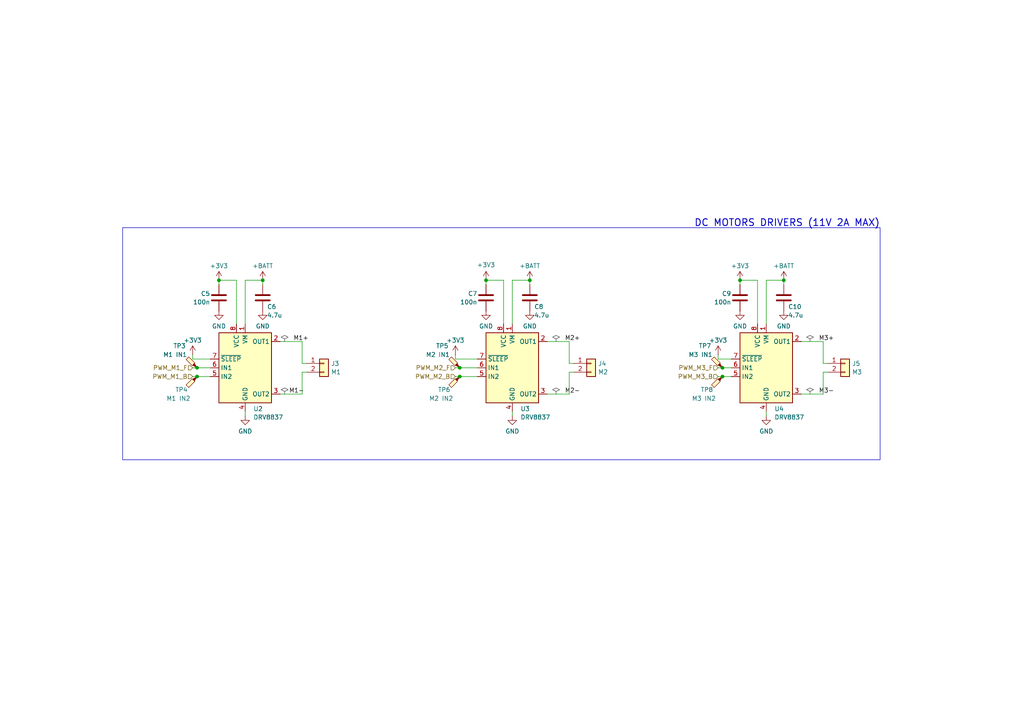
<source format=kicad_sch>
(kicad_sch
	(version 20250114)
	(generator "eeschema")
	(generator_version "9.0")
	(uuid "9b9fef97-8a68-498c-8ab7-d690fbe1632e")
	(paper "A4")
	(title_block
		(title "Ant Robot control board")
		(date "2025-05-05")
		(rev "2.0")
		(company "Filippo Castellan")
	)
	(lib_symbols
		(symbol "Connector:TestPoint_Probe"
			(pin_numbers
				(hide yes)
			)
			(pin_names
				(offset 0.762)
				(hide yes)
			)
			(exclude_from_sim no)
			(in_bom yes)
			(on_board yes)
			(property "Reference" "TP"
				(at 1.651 5.842 0)
				(effects
					(font
						(size 1.27 1.27)
					)
				)
			)
			(property "Value" "TestPoint_Probe"
				(at 1.651 4.064 0)
				(effects
					(font
						(size 1.27 1.27)
					)
				)
			)
			(property "Footprint" ""
				(at 5.08 0 0)
				(effects
					(font
						(size 1.27 1.27)
					)
					(hide yes)
				)
			)
			(property "Datasheet" "~"
				(at 5.08 0 0)
				(effects
					(font
						(size 1.27 1.27)
					)
					(hide yes)
				)
			)
			(property "Description" "test point (alternative probe-style design)"
				(at 0 0 0)
				(effects
					(font
						(size 1.27 1.27)
					)
					(hide yes)
				)
			)
			(property "ki_keywords" "test point tp"
				(at 0 0 0)
				(effects
					(font
						(size 1.27 1.27)
					)
					(hide yes)
				)
			)
			(property "ki_fp_filters" "Pin* Test*"
				(at 0 0 0)
				(effects
					(font
						(size 1.27 1.27)
					)
					(hide yes)
				)
			)
			(symbol "TestPoint_Probe_0_1"
				(polyline
					(pts
						(xy 1.27 0.762) (xy 0 0) (xy 0.762 1.27) (xy 1.27 0.762)
					)
					(stroke
						(width 0)
						(type default)
					)
					(fill
						(type outline)
					)
				)
				(polyline
					(pts
						(xy 1.397 0.635) (xy 0.635 1.397) (xy 2.413 3.175) (xy 3.175 2.413) (xy 1.397 0.635)
					)
					(stroke
						(width 0)
						(type default)
					)
					(fill
						(type background)
					)
				)
			)
			(symbol "TestPoint_Probe_1_1"
				(pin passive line
					(at 0 0 90)
					(length 0)
					(name "1"
						(effects
							(font
								(size 1.27 1.27)
							)
						)
					)
					(number "1"
						(effects
							(font
								(size 1.27 1.27)
							)
						)
					)
				)
			)
			(embedded_fonts no)
		)
		(symbol "Connector_Generic:Conn_01x02"
			(pin_names
				(offset 1.016)
				(hide yes)
			)
			(exclude_from_sim no)
			(in_bom yes)
			(on_board yes)
			(property "Reference" "J"
				(at 0 2.54 0)
				(effects
					(font
						(size 1.27 1.27)
					)
				)
			)
			(property "Value" "Conn_01x02"
				(at 0 -5.08 0)
				(effects
					(font
						(size 1.27 1.27)
					)
				)
			)
			(property "Footprint" ""
				(at 0 0 0)
				(effects
					(font
						(size 1.27 1.27)
					)
					(hide yes)
				)
			)
			(property "Datasheet" "~"
				(at 0 0 0)
				(effects
					(font
						(size 1.27 1.27)
					)
					(hide yes)
				)
			)
			(property "Description" "Generic connector, single row, 01x02, script generated (kicad-library-utils/schlib/autogen/connector/)"
				(at 0 0 0)
				(effects
					(font
						(size 1.27 1.27)
					)
					(hide yes)
				)
			)
			(property "ki_keywords" "connector"
				(at 0 0 0)
				(effects
					(font
						(size 1.27 1.27)
					)
					(hide yes)
				)
			)
			(property "ki_fp_filters" "Connector*:*_1x??_*"
				(at 0 0 0)
				(effects
					(font
						(size 1.27 1.27)
					)
					(hide yes)
				)
			)
			(symbol "Conn_01x02_1_1"
				(rectangle
					(start -1.27 1.27)
					(end 1.27 -3.81)
					(stroke
						(width 0.254)
						(type default)
					)
					(fill
						(type background)
					)
				)
				(rectangle
					(start -1.27 0.127)
					(end 0 -0.127)
					(stroke
						(width 0.1524)
						(type default)
					)
					(fill
						(type none)
					)
				)
				(rectangle
					(start -1.27 -2.413)
					(end 0 -2.667)
					(stroke
						(width 0.1524)
						(type default)
					)
					(fill
						(type none)
					)
				)
				(pin passive line
					(at -5.08 0 0)
					(length 3.81)
					(name "Pin_1"
						(effects
							(font
								(size 1.27 1.27)
							)
						)
					)
					(number "1"
						(effects
							(font
								(size 1.27 1.27)
							)
						)
					)
				)
				(pin passive line
					(at -5.08 -2.54 0)
					(length 3.81)
					(name "Pin_2"
						(effects
							(font
								(size 1.27 1.27)
							)
						)
					)
					(number "2"
						(effects
							(font
								(size 1.27 1.27)
							)
						)
					)
				)
			)
			(embedded_fonts no)
		)
		(symbol "Device:C"
			(pin_numbers
				(hide yes)
			)
			(pin_names
				(offset 0.254)
			)
			(exclude_from_sim no)
			(in_bom yes)
			(on_board yes)
			(property "Reference" "C"
				(at 0.635 2.54 0)
				(effects
					(font
						(size 1.27 1.27)
					)
					(justify left)
				)
			)
			(property "Value" "C"
				(at 0.635 -2.54 0)
				(effects
					(font
						(size 1.27 1.27)
					)
					(justify left)
				)
			)
			(property "Footprint" ""
				(at 0.9652 -3.81 0)
				(effects
					(font
						(size 1.27 1.27)
					)
					(hide yes)
				)
			)
			(property "Datasheet" "~"
				(at 0 0 0)
				(effects
					(font
						(size 1.27 1.27)
					)
					(hide yes)
				)
			)
			(property "Description" "Unpolarized capacitor"
				(at 0 0 0)
				(effects
					(font
						(size 1.27 1.27)
					)
					(hide yes)
				)
			)
			(property "ki_keywords" "cap capacitor"
				(at 0 0 0)
				(effects
					(font
						(size 1.27 1.27)
					)
					(hide yes)
				)
			)
			(property "ki_fp_filters" "C_*"
				(at 0 0 0)
				(effects
					(font
						(size 1.27 1.27)
					)
					(hide yes)
				)
			)
			(symbol "C_0_1"
				(polyline
					(pts
						(xy -2.032 0.762) (xy 2.032 0.762)
					)
					(stroke
						(width 0.508)
						(type default)
					)
					(fill
						(type none)
					)
				)
				(polyline
					(pts
						(xy -2.032 -0.762) (xy 2.032 -0.762)
					)
					(stroke
						(width 0.508)
						(type default)
					)
					(fill
						(type none)
					)
				)
			)
			(symbol "C_1_1"
				(pin passive line
					(at 0 3.81 270)
					(length 2.794)
					(name "~"
						(effects
							(font
								(size 1.27 1.27)
							)
						)
					)
					(number "1"
						(effects
							(font
								(size 1.27 1.27)
							)
						)
					)
				)
				(pin passive line
					(at 0 -3.81 90)
					(length 2.794)
					(name "~"
						(effects
							(font
								(size 1.27 1.27)
							)
						)
					)
					(number "2"
						(effects
							(font
								(size 1.27 1.27)
							)
						)
					)
				)
			)
			(embedded_fonts no)
		)
		(symbol "Driver_Motor:DRV8837"
			(exclude_from_sim no)
			(in_bom yes)
			(on_board yes)
			(property "Reference" "U"
				(at 6.35 11.43 0)
				(effects
					(font
						(size 1.27 1.27)
					)
				)
			)
			(property "Value" "DRV8837"
				(at -10.16 11.43 0)
				(effects
					(font
						(size 1.27 1.27)
					)
				)
			)
			(property "Footprint" "Package_SON:WSON-8-1EP_2x2mm_P0.5mm_EP0.9x1.6mm"
				(at 0 -21.59 0)
				(effects
					(font
						(size 1.27 1.27)
					)
					(hide yes)
				)
			)
			(property "Datasheet" "http://www.ti.com/lit/ds/symlink/drv8837.pdf"
				(at 0 0 0)
				(effects
					(font
						(size 1.27 1.27)
					)
					(hide yes)
				)
			)
			(property "Description" "H-Bridge driver, 1.8A, Low Voltage, PWM input, WSON-8"
				(at 0 0 0)
				(effects
					(font
						(size 1.27 1.27)
					)
					(hide yes)
				)
			)
			(property "ki_keywords" "half bridge driver"
				(at 0 0 0)
				(effects
					(font
						(size 1.27 1.27)
					)
					(hide yes)
				)
			)
			(property "ki_fp_filters" "WSON*1EP*2x2mm*P0.5mm*"
				(at 0 0 0)
				(effects
					(font
						(size 1.27 1.27)
					)
					(hide yes)
				)
			)
			(symbol "DRV8837_0_1"
				(rectangle
					(start -7.62 10.16)
					(end 7.62 -10.16)
					(stroke
						(width 0.254)
						(type default)
					)
					(fill
						(type background)
					)
				)
			)
			(symbol "DRV8837_1_1"
				(pin input line
					(at -10.16 2.54 0)
					(length 2.54)
					(name "~{SLEEP}"
						(effects
							(font
								(size 1.27 1.27)
							)
						)
					)
					(number "7"
						(effects
							(font
								(size 1.27 1.27)
							)
						)
					)
				)
				(pin input line
					(at -10.16 0 0)
					(length 2.54)
					(name "IN1"
						(effects
							(font
								(size 1.27 1.27)
							)
						)
					)
					(number "6"
						(effects
							(font
								(size 1.27 1.27)
							)
						)
					)
				)
				(pin input line
					(at -10.16 -2.54 0)
					(length 2.54)
					(name "IN2"
						(effects
							(font
								(size 1.27 1.27)
							)
						)
					)
					(number "5"
						(effects
							(font
								(size 1.27 1.27)
							)
						)
					)
				)
				(pin power_in line
					(at -2.54 12.7 270)
					(length 2.54)
					(name "VCC"
						(effects
							(font
								(size 1.27 1.27)
							)
						)
					)
					(number "8"
						(effects
							(font
								(size 1.27 1.27)
							)
						)
					)
				)
				(pin power_in line
					(at 0 12.7 270)
					(length 2.54)
					(name "VM"
						(effects
							(font
								(size 1.27 1.27)
							)
						)
					)
					(number "1"
						(effects
							(font
								(size 1.27 1.27)
							)
						)
					)
				)
				(pin power_in line
					(at 0 -12.7 90)
					(length 2.54)
					(name "GND"
						(effects
							(font
								(size 1.27 1.27)
							)
						)
					)
					(number "4"
						(effects
							(font
								(size 1.27 1.27)
							)
						)
					)
				)
				(pin passive line
					(at 0 -12.7 90)
					(length 2.54)
					(hide yes)
					(name "GND"
						(effects
							(font
								(size 1.27 1.27)
							)
						)
					)
					(number "9"
						(effects
							(font
								(size 1.27 1.27)
							)
						)
					)
				)
				(pin output line
					(at 10.16 7.62 180)
					(length 2.54)
					(name "OUT1"
						(effects
							(font
								(size 1.27 1.27)
							)
						)
					)
					(number "2"
						(effects
							(font
								(size 1.27 1.27)
							)
						)
					)
				)
				(pin output line
					(at 10.16 -7.62 180)
					(length 2.54)
					(name "OUT2"
						(effects
							(font
								(size 1.27 1.27)
							)
						)
					)
					(number "3"
						(effects
							(font
								(size 1.27 1.27)
							)
						)
					)
				)
			)
			(embedded_fonts no)
		)
		(symbol "power:+3V3"
			(power)
			(pin_numbers
				(hide yes)
			)
			(pin_names
				(offset 0)
				(hide yes)
			)
			(exclude_from_sim no)
			(in_bom yes)
			(on_board yes)
			(property "Reference" "#PWR"
				(at 0 -3.81 0)
				(effects
					(font
						(size 1.27 1.27)
					)
					(hide yes)
				)
			)
			(property "Value" "+3V3"
				(at 0 3.556 0)
				(effects
					(font
						(size 1.27 1.27)
					)
				)
			)
			(property "Footprint" ""
				(at 0 0 0)
				(effects
					(font
						(size 1.27 1.27)
					)
					(hide yes)
				)
			)
			(property "Datasheet" ""
				(at 0 0 0)
				(effects
					(font
						(size 1.27 1.27)
					)
					(hide yes)
				)
			)
			(property "Description" "Power symbol creates a global label with name \"+3V3\""
				(at 0 0 0)
				(effects
					(font
						(size 1.27 1.27)
					)
					(hide yes)
				)
			)
			(property "ki_keywords" "global power"
				(at 0 0 0)
				(effects
					(font
						(size 1.27 1.27)
					)
					(hide yes)
				)
			)
			(symbol "+3V3_0_1"
				(polyline
					(pts
						(xy -0.762 1.27) (xy 0 2.54)
					)
					(stroke
						(width 0)
						(type default)
					)
					(fill
						(type none)
					)
				)
				(polyline
					(pts
						(xy 0 2.54) (xy 0.762 1.27)
					)
					(stroke
						(width 0)
						(type default)
					)
					(fill
						(type none)
					)
				)
				(polyline
					(pts
						(xy 0 0) (xy 0 2.54)
					)
					(stroke
						(width 0)
						(type default)
					)
					(fill
						(type none)
					)
				)
			)
			(symbol "+3V3_1_1"
				(pin power_in line
					(at 0 0 90)
					(length 0)
					(name "~"
						(effects
							(font
								(size 1.27 1.27)
							)
						)
					)
					(number "1"
						(effects
							(font
								(size 1.27 1.27)
							)
						)
					)
				)
			)
			(embedded_fonts no)
		)
		(symbol "power:+BATT"
			(power)
			(pin_numbers
				(hide yes)
			)
			(pin_names
				(offset 0)
				(hide yes)
			)
			(exclude_from_sim no)
			(in_bom yes)
			(on_board yes)
			(property "Reference" "#PWR"
				(at 0 -3.81 0)
				(effects
					(font
						(size 1.27 1.27)
					)
					(hide yes)
				)
			)
			(property "Value" "+BATT"
				(at 0 3.556 0)
				(effects
					(font
						(size 1.27 1.27)
					)
				)
			)
			(property "Footprint" ""
				(at 0 0 0)
				(effects
					(font
						(size 1.27 1.27)
					)
					(hide yes)
				)
			)
			(property "Datasheet" ""
				(at 0 0 0)
				(effects
					(font
						(size 1.27 1.27)
					)
					(hide yes)
				)
			)
			(property "Description" "Power symbol creates a global label with name \"+BATT\""
				(at 0 0 0)
				(effects
					(font
						(size 1.27 1.27)
					)
					(hide yes)
				)
			)
			(property "ki_keywords" "global power battery"
				(at 0 0 0)
				(effects
					(font
						(size 1.27 1.27)
					)
					(hide yes)
				)
			)
			(symbol "+BATT_0_1"
				(polyline
					(pts
						(xy -0.762 1.27) (xy 0 2.54)
					)
					(stroke
						(width 0)
						(type default)
					)
					(fill
						(type none)
					)
				)
				(polyline
					(pts
						(xy 0 2.54) (xy 0.762 1.27)
					)
					(stroke
						(width 0)
						(type default)
					)
					(fill
						(type none)
					)
				)
				(polyline
					(pts
						(xy 0 0) (xy 0 2.54)
					)
					(stroke
						(width 0)
						(type default)
					)
					(fill
						(type none)
					)
				)
			)
			(symbol "+BATT_1_1"
				(pin power_in line
					(at 0 0 90)
					(length 0)
					(name "~"
						(effects
							(font
								(size 1.27 1.27)
							)
						)
					)
					(number "1"
						(effects
							(font
								(size 1.27 1.27)
							)
						)
					)
				)
			)
			(embedded_fonts no)
		)
		(symbol "power:GND"
			(power)
			(pin_numbers
				(hide yes)
			)
			(pin_names
				(offset 0)
				(hide yes)
			)
			(exclude_from_sim no)
			(in_bom yes)
			(on_board yes)
			(property "Reference" "#PWR"
				(at 0 -6.35 0)
				(effects
					(font
						(size 1.27 1.27)
					)
					(hide yes)
				)
			)
			(property "Value" "GND"
				(at 0 -3.81 0)
				(effects
					(font
						(size 1.27 1.27)
					)
				)
			)
			(property "Footprint" ""
				(at 0 0 0)
				(effects
					(font
						(size 1.27 1.27)
					)
					(hide yes)
				)
			)
			(property "Datasheet" ""
				(at 0 0 0)
				(effects
					(font
						(size 1.27 1.27)
					)
					(hide yes)
				)
			)
			(property "Description" "Power symbol creates a global label with name \"GND\" , ground"
				(at 0 0 0)
				(effects
					(font
						(size 1.27 1.27)
					)
					(hide yes)
				)
			)
			(property "ki_keywords" "global power"
				(at 0 0 0)
				(effects
					(font
						(size 1.27 1.27)
					)
					(hide yes)
				)
			)
			(symbol "GND_0_1"
				(polyline
					(pts
						(xy 0 0) (xy 0 -1.27) (xy 1.27 -1.27) (xy 0 -2.54) (xy -1.27 -1.27) (xy 0 -1.27)
					)
					(stroke
						(width 0)
						(type default)
					)
					(fill
						(type none)
					)
				)
			)
			(symbol "GND_1_1"
				(pin power_in line
					(at 0 0 270)
					(length 0)
					(name "~"
						(effects
							(font
								(size 1.27 1.27)
							)
						)
					)
					(number "1"
						(effects
							(font
								(size 1.27 1.27)
							)
						)
					)
				)
			)
			(embedded_fonts no)
		)
	)
	(rectangle
		(start 35.56 66.04)
		(end 255.27 133.35)
		(stroke
			(width 0)
			(type default)
		)
		(fill
			(type none)
		)
		(uuid 1fcbfaa0-4183-4ca6-9d53-956dd9f88c2a)
	)
	(text "DC MOTORS DRIVERS (11V 2A MAX)"
		(exclude_from_sim no)
		(at 255.27 64.77 0)
		(effects
			(font
				(size 2 2)
				(thickness 0.254)
				(bold yes)
			)
			(justify right)
		)
		(uuid "f6b73229-7ded-4359-b5f2-d15a5271fcc9")
	)
	(junction
		(at 133.35 106.68)
		(diameter 0)
		(color 0 0 0 0)
		(uuid "060e737d-9e01-4655-a38b-4cea00337a75")
	)
	(junction
		(at 63.5 81.28)
		(diameter 0)
		(color 0 0 0 0)
		(uuid "128c0116-f9a9-4d1c-84d3-79b15a08ac45")
	)
	(junction
		(at 209.55 109.22)
		(diameter 0)
		(color 0 0 0 0)
		(uuid "23937bb0-33b7-4588-b3e4-c17694ee8305")
	)
	(junction
		(at 140.97 81.28)
		(diameter 0)
		(color 0 0 0 0)
		(uuid "3fb3d899-6407-4ea6-a142-55a61776fcd8")
	)
	(junction
		(at 57.15 109.22)
		(diameter 0)
		(color 0 0 0 0)
		(uuid "49c64987-7011-479a-a149-52d3fad40765")
	)
	(junction
		(at 133.35 109.22)
		(diameter 0)
		(color 0 0 0 0)
		(uuid "62cb6550-8615-41b8-a4e6-c792690ad472")
	)
	(junction
		(at 227.33 81.28)
		(diameter 0)
		(color 0 0 0 0)
		(uuid "73f2b2da-19d5-4869-8b8e-7c9199a3ccc7")
	)
	(junction
		(at 209.55 106.68)
		(diameter 0)
		(color 0 0 0 0)
		(uuid "75976865-8a84-4bb6-9803-40de3c0412e7")
	)
	(junction
		(at 76.2 81.28)
		(diameter 0)
		(color 0 0 0 0)
		(uuid "8199e511-0b54-4847-80ff-3f3bef3043d8")
	)
	(junction
		(at 153.67 81.28)
		(diameter 0)
		(color 0 0 0 0)
		(uuid "90752488-42cc-40c0-abee-80cba426dc46")
	)
	(junction
		(at 57.15 106.68)
		(diameter 0)
		(color 0 0 0 0)
		(uuid "b5a82714-ffb7-4231-9483-6da5f54feca3")
	)
	(junction
		(at 214.63 81.28)
		(diameter 0)
		(color 0 0 0 0)
		(uuid "e563832e-b999-4057-8f60-5bf2272c1022")
	)
	(wire
		(pts
			(xy 222.25 119.38) (xy 222.25 120.65)
		)
		(stroke
			(width 0)
			(type default)
		)
		(uuid "045239c7-65eb-436c-82d7-e411cfd99b5b")
	)
	(wire
		(pts
			(xy 146.05 81.28) (xy 140.97 81.28)
		)
		(stroke
			(width 0)
			(type default)
		)
		(uuid "0a2ca46b-a4e5-44be-94b0-6df0761c6652")
	)
	(wire
		(pts
			(xy 153.67 81.28) (xy 148.59 81.28)
		)
		(stroke
			(width 0)
			(type default)
		)
		(uuid "0db034ad-f9b0-47e8-9839-f4d1a4a89cc4")
	)
	(wire
		(pts
			(xy 158.75 114.3) (xy 165.1 114.3)
		)
		(stroke
			(width 0)
			(type default)
		)
		(uuid "0f66f2e1-66cb-4d9d-974a-5dc90cf1e132")
	)
	(wire
		(pts
			(xy 208.28 109.22) (xy 209.55 109.22)
		)
		(stroke
			(width 0)
			(type default)
		)
		(uuid "15af2366-cffd-435b-97df-748344fdb427")
	)
	(wire
		(pts
			(xy 158.75 99.06) (xy 165.1 99.06)
		)
		(stroke
			(width 0)
			(type default)
		)
		(uuid "1693b254-6bc6-4d40-881f-21538b7aafc9")
	)
	(wire
		(pts
			(xy 148.59 81.28) (xy 148.59 93.98)
		)
		(stroke
			(width 0)
			(type default)
		)
		(uuid "1c825311-bea8-48ec-a2ae-f60e730d42f8")
	)
	(wire
		(pts
			(xy 71.12 119.38) (xy 71.12 120.65)
		)
		(stroke
			(width 0)
			(type default)
		)
		(uuid "271502d9-d8a0-4c15-abb7-b88efb3a4ef3")
	)
	(wire
		(pts
			(xy 232.41 99.06) (xy 238.76 99.06)
		)
		(stroke
			(width 0)
			(type default)
		)
		(uuid "30a37216-33db-4ece-a859-ac7e1f2c4989")
	)
	(wire
		(pts
			(xy 146.05 93.98) (xy 146.05 81.28)
		)
		(stroke
			(width 0)
			(type default)
		)
		(uuid "3794175d-9030-4a2e-b1e1-d8fa6098fba8")
	)
	(wire
		(pts
			(xy 133.35 109.22) (xy 138.43 109.22)
		)
		(stroke
			(width 0)
			(type default)
		)
		(uuid "3ab45440-3abe-42b0-acb9-5fb95e9e0ff5")
	)
	(wire
		(pts
			(xy 81.28 99.06) (xy 87.63 99.06)
		)
		(stroke
			(width 0)
			(type default)
		)
		(uuid "3d5bbbbd-6293-47cb-9520-21261e231045")
	)
	(wire
		(pts
			(xy 208.28 106.68) (xy 209.55 106.68)
		)
		(stroke
			(width 0)
			(type default)
		)
		(uuid "4078774c-adc6-4923-91f1-2bd18a2b754f")
	)
	(wire
		(pts
			(xy 209.55 106.68) (xy 212.09 106.68)
		)
		(stroke
			(width 0)
			(type default)
		)
		(uuid "41120948-4a50-4e82-8cdc-f73a132febe1")
	)
	(wire
		(pts
			(xy 76.2 81.28) (xy 71.12 81.28)
		)
		(stroke
			(width 0)
			(type default)
		)
		(uuid "4c522061-f41e-44e5-ba9c-9f48f4375e54")
	)
	(wire
		(pts
			(xy 165.1 105.41) (xy 166.37 105.41)
		)
		(stroke
			(width 0)
			(type default)
		)
		(uuid "4eed3104-d716-4b8e-bca1-76c4167db3b1")
	)
	(wire
		(pts
			(xy 81.28 114.3) (xy 87.63 114.3)
		)
		(stroke
			(width 0)
			(type default)
		)
		(uuid "55cca865-c17b-4f2c-8656-5b3622f07c9f")
	)
	(wire
		(pts
			(xy 208.28 104.14) (xy 212.09 104.14)
		)
		(stroke
			(width 0)
			(type default)
		)
		(uuid "56843e6f-05e6-4bfb-a37e-6d7fcb422723")
	)
	(wire
		(pts
			(xy 140.97 81.28) (xy 140.97 82.55)
		)
		(stroke
			(width 0)
			(type default)
		)
		(uuid "573eb63b-9ea4-43fb-ad9f-009bf6e924d4")
	)
	(wire
		(pts
			(xy 227.33 81.28) (xy 227.33 82.55)
		)
		(stroke
			(width 0)
			(type default)
		)
		(uuid "5a3b542f-b737-4cd6-be1c-2d438b9943ad")
	)
	(wire
		(pts
			(xy 165.1 99.06) (xy 165.1 105.41)
		)
		(stroke
			(width 0)
			(type default)
		)
		(uuid "5de20a07-6ea6-4f38-8137-fdfcc86d911d")
	)
	(wire
		(pts
			(xy 132.08 104.14) (xy 138.43 104.14)
		)
		(stroke
			(width 0)
			(type default)
		)
		(uuid "6005a9bf-2b3e-4f70-9bb2-1d4a133ac20d")
	)
	(wire
		(pts
			(xy 208.28 102.87) (xy 208.28 104.14)
		)
		(stroke
			(width 0)
			(type default)
		)
		(uuid "65ef1c03-a1e2-4cd4-9f19-8417f76bfb96")
	)
	(wire
		(pts
			(xy 209.55 109.22) (xy 212.09 109.22)
		)
		(stroke
			(width 0)
			(type default)
		)
		(uuid "6a91ba41-7117-4e75-af3c-c7ffae72f216")
	)
	(wire
		(pts
			(xy 87.63 107.95) (xy 87.63 114.3)
		)
		(stroke
			(width 0)
			(type default)
		)
		(uuid "74366c18-022a-4cf9-9c34-47dc77ed6c1b")
	)
	(wire
		(pts
			(xy 240.03 107.95) (xy 238.76 107.95)
		)
		(stroke
			(width 0)
			(type default)
		)
		(uuid "7c0bd7de-4dce-4eb6-98a0-8893cbac7956")
	)
	(wire
		(pts
			(xy 133.35 106.68) (xy 138.43 106.68)
		)
		(stroke
			(width 0)
			(type default)
		)
		(uuid "7e54fc17-63a1-49bb-83ac-dae5ac8dbdbe")
	)
	(wire
		(pts
			(xy 57.15 106.68) (xy 60.96 106.68)
		)
		(stroke
			(width 0)
			(type default)
		)
		(uuid "7f28cba8-58fa-46dc-adeb-14417a8a7921")
	)
	(wire
		(pts
			(xy 214.63 81.28) (xy 214.63 82.55)
		)
		(stroke
			(width 0)
			(type default)
		)
		(uuid "8a72f758-b3d3-48d0-a89a-a344b9b52092")
	)
	(wire
		(pts
			(xy 87.63 105.41) (xy 88.9 105.41)
		)
		(stroke
			(width 0)
			(type default)
		)
		(uuid "8d5c6c49-d283-4d14-8e93-58a50850ee6a")
	)
	(wire
		(pts
			(xy 232.41 114.3) (xy 238.76 114.3)
		)
		(stroke
			(width 0)
			(type default)
		)
		(uuid "8ddcd6c9-186c-4715-b291-2d8958f3265f")
	)
	(wire
		(pts
			(xy 238.76 99.06) (xy 238.76 105.41)
		)
		(stroke
			(width 0)
			(type default)
		)
		(uuid "8e14919d-672a-4a98-a1ce-f5311261806d")
	)
	(wire
		(pts
			(xy 76.2 81.28) (xy 76.2 82.55)
		)
		(stroke
			(width 0)
			(type default)
		)
		(uuid "9304fc57-ca53-4d5a-a304-d48404452137")
	)
	(wire
		(pts
			(xy 227.33 81.28) (xy 222.25 81.28)
		)
		(stroke
			(width 0)
			(type default)
		)
		(uuid "962986f0-fc68-477d-9614-f86fe8188fb6")
	)
	(wire
		(pts
			(xy 88.9 107.95) (xy 87.63 107.95)
		)
		(stroke
			(width 0)
			(type default)
		)
		(uuid "a78725e3-9eee-43a9-ab7a-52fca3c59824")
	)
	(wire
		(pts
			(xy 55.88 102.87) (xy 55.88 104.14)
		)
		(stroke
			(width 0)
			(type default)
		)
		(uuid "ac533bb8-79cf-4c13-aa05-077a3a35089f")
	)
	(wire
		(pts
			(xy 71.12 81.28) (xy 71.12 93.98)
		)
		(stroke
			(width 0)
			(type default)
		)
		(uuid "ae5b6f03-1f77-436e-9471-84ab083d8c92")
	)
	(wire
		(pts
			(xy 238.76 107.95) (xy 238.76 114.3)
		)
		(stroke
			(width 0)
			(type default)
		)
		(uuid "af14caff-89d3-47a9-995c-7ca9e6970fa4")
	)
	(wire
		(pts
			(xy 55.88 106.68) (xy 57.15 106.68)
		)
		(stroke
			(width 0)
			(type default)
		)
		(uuid "b718214b-6a4f-4eb9-8797-d96704b9dc38")
	)
	(wire
		(pts
			(xy 148.59 119.38) (xy 148.59 120.65)
		)
		(stroke
			(width 0)
			(type default)
		)
		(uuid "b85e3f0d-387c-4bb0-ad60-5311d75430d2")
	)
	(wire
		(pts
			(xy 238.76 105.41) (xy 240.03 105.41)
		)
		(stroke
			(width 0)
			(type default)
		)
		(uuid "b9b5dbbd-a136-4648-8ffa-d0dcd8c4a603")
	)
	(wire
		(pts
			(xy 68.58 93.98) (xy 68.58 81.28)
		)
		(stroke
			(width 0)
			(type default)
		)
		(uuid "ba8f5563-7f82-4cd1-a77b-0ce23d7f615b")
	)
	(wire
		(pts
			(xy 219.71 93.98) (xy 219.71 81.28)
		)
		(stroke
			(width 0)
			(type default)
		)
		(uuid "bc659528-ad55-4e78-bbf3-028a2679d472")
	)
	(wire
		(pts
			(xy 55.88 109.22) (xy 57.15 109.22)
		)
		(stroke
			(width 0)
			(type default)
		)
		(uuid "bcb4823a-b85b-4646-b2af-1970c4b37d72")
	)
	(wire
		(pts
			(xy 165.1 107.95) (xy 165.1 114.3)
		)
		(stroke
			(width 0)
			(type default)
		)
		(uuid "c323f5a2-4f21-4c26-a7e1-1085804b97cf")
	)
	(wire
		(pts
			(xy 55.88 104.14) (xy 60.96 104.14)
		)
		(stroke
			(width 0)
			(type default)
		)
		(uuid "ca5811c9-efef-41b7-af09-8b1c4fc4db4a")
	)
	(wire
		(pts
			(xy 222.25 81.28) (xy 222.25 93.98)
		)
		(stroke
			(width 0)
			(type default)
		)
		(uuid "ca7de2fd-d25e-4ed6-a064-ec4d6c99be6a")
	)
	(wire
		(pts
			(xy 57.15 109.22) (xy 60.96 109.22)
		)
		(stroke
			(width 0)
			(type default)
		)
		(uuid "d737b000-09fd-400e-9bfa-e955e5cc0fd0")
	)
	(wire
		(pts
			(xy 219.71 81.28) (xy 214.63 81.28)
		)
		(stroke
			(width 0)
			(type default)
		)
		(uuid "d75b2a4d-96d8-4f1f-b4fb-74d1d26a9ee4")
	)
	(wire
		(pts
			(xy 87.63 99.06) (xy 87.63 105.41)
		)
		(stroke
			(width 0)
			(type default)
		)
		(uuid "dcb01105-b9b0-4498-9316-0c20f8c645d7")
	)
	(wire
		(pts
			(xy 132.08 106.68) (xy 133.35 106.68)
		)
		(stroke
			(width 0)
			(type default)
		)
		(uuid "dcf20e75-a3d8-45c2-92b2-338e46a5aaad")
	)
	(wire
		(pts
			(xy 68.58 81.28) (xy 63.5 81.28)
		)
		(stroke
			(width 0)
			(type default)
		)
		(uuid "dd66f998-e6a6-40dc-b85d-9291d0bb7127")
	)
	(wire
		(pts
			(xy 153.67 81.28) (xy 153.67 82.55)
		)
		(stroke
			(width 0)
			(type default)
		)
		(uuid "df0cd776-de5e-417f-b67d-361506b683e3")
	)
	(wire
		(pts
			(xy 132.08 109.22) (xy 133.35 109.22)
		)
		(stroke
			(width 0)
			(type default)
		)
		(uuid "e39e6f73-ed0d-4040-b698-51241a7cfa0f")
	)
	(wire
		(pts
			(xy 166.37 107.95) (xy 165.1 107.95)
		)
		(stroke
			(width 0)
			(type default)
		)
		(uuid "f46caa10-1149-487f-8426-631c10bb62d8")
	)
	(wire
		(pts
			(xy 63.5 81.28) (xy 63.5 82.55)
		)
		(stroke
			(width 0)
			(type default)
		)
		(uuid "f957a5e0-f433-4dce-9fff-a9fd4b4464aa")
	)
	(wire
		(pts
			(xy 132.08 102.87) (xy 132.08 104.14)
		)
		(stroke
			(width 0)
			(type default)
		)
		(uuid "fdbf962b-84f0-46c4-a67e-8c369f0f6acd")
	)
	(label "M3-"
		(at 237.49 114.3 0)
		(effects
			(font
				(size 1.27 1.27)
			)
			(justify left bottom)
		)
		(uuid "3a9fe76e-f82d-4858-a6ec-ca9a80638f44")
	)
	(label "M2-"
		(at 163.83 114.3 0)
		(effects
			(font
				(size 1.27 1.27)
			)
			(justify left bottom)
		)
		(uuid "650c8562-c408-4171-bccd-3676496d31f9")
	)
	(label "M1+"
		(at 85.09 99.06 0)
		(effects
			(font
				(size 1.27 1.27)
			)
			(justify left bottom)
		)
		(uuid "945550da-e79a-4f9a-89dd-198bbbb5003b")
	)
	(label "M1-"
		(at 83.82 114.3 0)
		(effects
			(font
				(size 1.27 1.27)
			)
			(justify left bottom)
		)
		(uuid "debaf75b-9ed5-4440-b926-533fbe3710d2")
	)
	(label "M3+"
		(at 237.49 99.06 0)
		(effects
			(font
				(size 1.27 1.27)
			)
			(justify left bottom)
		)
		(uuid "f1d3c521-6ef6-400e-acc9-252bbd2a0c80")
	)
	(label "M2+"
		(at 163.83 99.06 0)
		(effects
			(font
				(size 1.27 1.27)
			)
			(justify left bottom)
		)
		(uuid "f9d5a8d8-e125-40f4-936c-38e50a0f5320")
	)
	(hierarchical_label "PWM_M3_F"
		(shape input)
		(at 208.28 106.68 180)
		(effects
			(font
				(size 1.27 1.27)
			)
			(justify right)
		)
		(uuid "11e41083-f238-43f1-89e5-43929e8508b6")
	)
	(hierarchical_label "PWM_M1_B"
		(shape input)
		(at 55.88 109.22 180)
		(effects
			(font
				(size 1.27 1.27)
			)
			(justify right)
		)
		(uuid "17b4aa86-c096-4712-8173-6f18fb2ddaed")
	)
	(hierarchical_label "PWM_M2_B"
		(shape input)
		(at 132.08 109.22 180)
		(effects
			(font
				(size 1.27 1.27)
			)
			(justify right)
		)
		(uuid "1befc263-a798-457b-bc89-e10d7eb54ccd")
	)
	(hierarchical_label "PWM_M2_F"
		(shape input)
		(at 132.08 106.68 180)
		(effects
			(font
				(size 1.27 1.27)
			)
			(justify right)
		)
		(uuid "3be22527-fcd1-491b-8d11-c1972d2578bb")
	)
	(hierarchical_label "PWM_M1_F"
		(shape input)
		(at 55.88 106.68 180)
		(effects
			(font
				(size 1.27 1.27)
			)
			(justify right)
		)
		(uuid "dc71f0c8-fd0e-46bc-9547-f4933097089f")
	)
	(hierarchical_label "PWM_M3_B"
		(shape input)
		(at 208.28 109.22 180)
		(effects
			(font
				(size 1.27 1.27)
			)
			(justify right)
		)
		(uuid "ed46b55e-aecb-4894-95aa-7eaf04e5ed8d")
	)
	(netclass_flag ""
		(length 1.27)
		(shape diamond)
		(at 82.55 114.3 0)
		(fields_autoplaced yes)
		(effects
			(font
				(size 1.27 1.27)
			)
			(justify left bottom)
		)
		(uuid "185eb451-1741-4bed-a7e9-4a3e489a4a8c")
		(property "Netclass" "Power"
			(at 83.7565 113.03 0)
			(effects
				(font
					(size 1.27 1.27)
					(italic yes)
				)
				(justify left)
				(hide yes)
			)
		)
	)
	(netclass_flag ""
		(length 1.27)
		(shape diamond)
		(at 234.95 114.3 0)
		(fields_autoplaced yes)
		(effects
			(font
				(size 1.27 1.27)
			)
			(justify left bottom)
		)
		(uuid "1f900cea-e272-4d8f-859e-56ac56ca806c")
		(property "Netclass" "Power"
			(at 236.1565 113.03 0)
			(effects
				(font
					(size 1.27 1.27)
					(italic yes)
				)
				(justify left)
				(hide yes)
			)
		)
	)
	(netclass_flag ""
		(length 1.27)
		(shape diamond)
		(at 234.95 99.06 0)
		(fields_autoplaced yes)
		(effects
			(font
				(size 1.27 1.27)
			)
			(justify left bottom)
		)
		(uuid "6d39c119-a309-442c-a5d6-ceef4aa16fab")
		(property "Netclass" "Power"
			(at 236.1565 97.79 0)
			(effects
				(font
					(size 1.27 1.27)
					(italic yes)
				)
				(justify left)
				(hide yes)
			)
		)
	)
	(netclass_flag ""
		(length 1.27)
		(shape diamond)
		(at 161.29 99.06 0)
		(fields_autoplaced yes)
		(effects
			(font
				(size 1.27 1.27)
			)
			(justify left bottom)
		)
		(uuid "812841be-b286-47f1-a01b-13922fe0adbb")
		(property "Netclass" "Power"
			(at 162.4965 97.79 0)
			(effects
				(font
					(size 1.27 1.27)
					(italic yes)
				)
				(justify left)
				(hide yes)
			)
		)
	)
	(netclass_flag ""
		(length 1.27)
		(shape diamond)
		(at 82.55 99.06 0)
		(fields_autoplaced yes)
		(effects
			(font
				(size 1.27 1.27)
			)
			(justify left bottom)
		)
		(uuid "97465eb1-b480-469b-9b0a-ca7cc0a2d110")
		(property "Netclass" "Power"
			(at 83.7565 97.79 0)
			(effects
				(font
					(size 1.27 1.27)
					(italic yes)
				)
				(justify left)
				(hide yes)
			)
		)
	)
	(netclass_flag ""
		(length 1.27)
		(shape diamond)
		(at 161.29 114.3 0)
		(fields_autoplaced yes)
		(effects
			(font
				(size 1.27 1.27)
			)
			(justify left bottom)
		)
		(uuid "ac9f6c69-5f50-4541-bbdd-92d0dfecd9d4")
		(property "Netclass" "Power"
			(at 162.4965 113.03 0)
			(effects
				(font
					(size 1.27 1.27)
					(italic yes)
				)
				(justify left)
				(hide yes)
			)
		)
	)
	(symbol
		(lib_id "Connector_Generic:Conn_01x02")
		(at 93.98 105.41 0)
		(unit 1)
		(exclude_from_sim no)
		(in_bom no)
		(on_board yes)
		(dnp no)
		(fields_autoplaced yes)
		(uuid "02f02015-86a5-47c0-9b47-3fdb84fa18a9")
		(property "Reference" "J3"
			(at 96.012 105.4473 0)
			(effects
				(font
					(size 1.27 1.27)
				)
				(justify left)
			)
		)
		(property "Value" "M1"
			(at 96.012 107.9127 0)
			(effects
				(font
					(size 1.27 1.27)
				)
				(justify left)
			)
		)
		(property "Footprint" "Connector_PinHeader_2.54mm:PinHeader_1x02_P2.54mm_Vertical"
			(at 93.98 105.41 0)
			(effects
				(font
					(size 1.27 1.27)
				)
				(hide yes)
			)
		)
		(property "Datasheet" "~"
			(at 93.98 105.41 0)
			(effects
				(font
					(size 1.27 1.27)
				)
				(hide yes)
			)
		)
		(property "Description" "Generic connector, single row, 01x02, script generated (kicad-library-utils/schlib/autogen/connector/)"
			(at 93.98 105.41 0)
			(effects
				(font
					(size 1.27 1.27)
				)
				(hide yes)
			)
		)
		(pin "1"
			(uuid "1f4d51a1-8b49-4372-ba35-79aabc32bd96")
		)
		(pin "2"
			(uuid "a0b62ec7-ba65-4512-b091-7e3e32d7a725")
		)
		(instances
			(project "ant control board v2"
				(path "/53484dc5-354c-4967-b00e-d73de62a4245/2083c233-894c-4f0a-95b8-f8c633812d77"
					(reference "J3")
					(unit 1)
				)
			)
		)
	)
	(symbol
		(lib_id "Connector_Generic:Conn_01x02")
		(at 245.11 105.41 0)
		(unit 1)
		(exclude_from_sim no)
		(in_bom no)
		(on_board yes)
		(dnp no)
		(fields_autoplaced yes)
		(uuid "0c1f76ff-d24b-4b26-9db2-5a246a898e16")
		(property "Reference" "J5"
			(at 247.142 105.4473 0)
			(effects
				(font
					(size 1.27 1.27)
				)
				(justify left)
			)
		)
		(property "Value" "M3"
			(at 247.142 107.9127 0)
			(effects
				(font
					(size 1.27 1.27)
				)
				(justify left)
			)
		)
		(property "Footprint" "Connector_PinHeader_2.54mm:PinHeader_1x02_P2.54mm_Vertical"
			(at 245.11 105.41 0)
			(effects
				(font
					(size 1.27 1.27)
				)
				(hide yes)
			)
		)
		(property "Datasheet" "~"
			(at 245.11 105.41 0)
			(effects
				(font
					(size 1.27 1.27)
				)
				(hide yes)
			)
		)
		(property "Description" "Generic connector, single row, 01x02, script generated (kicad-library-utils/schlib/autogen/connector/)"
			(at 245.11 105.41 0)
			(effects
				(font
					(size 1.27 1.27)
				)
				(hide yes)
			)
		)
		(pin "1"
			(uuid "6c8d625c-1f3a-4e01-8ba7-83f8d696ba1b")
		)
		(pin "2"
			(uuid "edb57f6d-97d8-45e9-a96c-f09735c23489")
		)
		(instances
			(project "ant control board v2"
				(path "/53484dc5-354c-4967-b00e-d73de62a4245/2083c233-894c-4f0a-95b8-f8c633812d77"
					(reference "J5")
					(unit 1)
				)
			)
		)
	)
	(symbol
		(lib_id "Device:C")
		(at 214.63 86.36 0)
		(mirror y)
		(unit 1)
		(exclude_from_sim no)
		(in_bom yes)
		(on_board yes)
		(dnp no)
		(uuid "1524dd9d-b287-4f0a-803d-5e01aeb7740c")
		(property "Reference" "C9"
			(at 212.09 85.1646 0)
			(effects
				(font
					(size 1.27 1.27)
				)
				(justify left)
			)
		)
		(property "Value" "100n"
			(at 212.09 87.63 0)
			(effects
				(font
					(size 1.27 1.27)
				)
				(justify left)
			)
		)
		(property "Footprint" "Capacitor_SMD:C_0603_1608Metric"
			(at 213.6648 90.17 0)
			(effects
				(font
					(size 1.27 1.27)
				)
				(hide yes)
			)
		)
		(property "Datasheet" "~"
			(at 214.63 86.36 0)
			(effects
				(font
					(size 1.27 1.27)
				)
				(hide yes)
			)
		)
		(property "Description" "Unpolarized capacitor"
			(at 214.63 86.36 0)
			(effects
				(font
					(size 1.27 1.27)
				)
				(hide yes)
			)
		)
		(property "LCSC" " C282519"
			(at 214.63 86.36 0)
			(effects
				(font
					(size 1.27 1.27)
				)
				(hide yes)
			)
		)
		(pin "1"
			(uuid "d47141f4-e46f-48e3-84ad-e929144de996")
		)
		(pin "2"
			(uuid "9364848e-b614-4ab6-bf64-93db05bb098f")
		)
		(instances
			(project "ant control board v2"
				(path "/53484dc5-354c-4967-b00e-d73de62a4245/2083c233-894c-4f0a-95b8-f8c633812d77"
					(reference "C9")
					(unit 1)
				)
			)
		)
	)
	(symbol
		(lib_id "Driver_Motor:DRV8837")
		(at 222.25 106.68 0)
		(unit 1)
		(exclude_from_sim no)
		(in_bom yes)
		(on_board yes)
		(dnp no)
		(fields_autoplaced yes)
		(uuid "180dec0d-cdc0-4ec0-a766-84465dea0a99")
		(property "Reference" "U4"
			(at 224.6032 118.5708 0)
			(effects
				(font
					(size 1.27 1.27)
				)
				(justify left)
			)
		)
		(property "Value" "DRV8837"
			(at 224.6032 121.0164 0)
			(effects
				(font
					(size 1.27 1.27)
				)
				(justify left)
			)
		)
		(property "Footprint" "Package_SON:WSON-8-1EP_2x2mm_P0.5mm_EP0.9x1.6mm"
			(at 222.25 128.27 0)
			(effects
				(font
					(size 1.27 1.27)
				)
				(hide yes)
			)
		)
		(property "Datasheet" "http://www.ti.com/lit/ds/symlink/drv8837.pdf"
			(at 222.25 106.68 0)
			(effects
				(font
					(size 1.27 1.27)
				)
				(hide yes)
			)
		)
		(property "Description" "H-Bridge driver, 1.8A, Low Voltage, PWM input, WSON-8"
			(at 222.25 106.68 0)
			(effects
				(font
					(size 1.27 1.27)
				)
				(hide yes)
			)
		)
		(property "LCSC" "C39159"
			(at 222.25 106.68 0)
			(effects
				(font
					(size 1.27 1.27)
				)
				(hide yes)
			)
		)
		(pin "8"
			(uuid "f53697d0-12d4-4674-b913-e2730993d88d")
		)
		(pin "6"
			(uuid "5d927af2-3f7d-4741-a78c-078233d0d3d4")
		)
		(pin "3"
			(uuid "3d44ffbd-e7f3-4e79-9841-20b3f8e36743")
		)
		(pin "4"
			(uuid "dd832209-0cdc-474e-939f-b36a900144f8")
		)
		(pin "1"
			(uuid "4412dc78-375a-4188-b86d-2adb3346268e")
		)
		(pin "9"
			(uuid "a89535f8-e6a3-488c-a48a-7b961dcf4fed")
		)
		(pin "7"
			(uuid "83e1549f-c921-454f-b665-98c409dcadbf")
		)
		(pin "2"
			(uuid "1f9b3b00-d8c0-4db6-b6f6-50cadc35c55a")
		)
		(pin "5"
			(uuid "e5bc8a72-c64f-4d4b-ab39-98de6619077f")
		)
		(instances
			(project "ant control board v2"
				(path "/53484dc5-354c-4967-b00e-d73de62a4245/2083c233-894c-4f0a-95b8-f8c633812d77"
					(reference "U4")
					(unit 1)
				)
			)
		)
	)
	(symbol
		(lib_id "Connector_Generic:Conn_01x02")
		(at 171.45 105.41 0)
		(unit 1)
		(exclude_from_sim no)
		(in_bom no)
		(on_board yes)
		(dnp no)
		(fields_autoplaced yes)
		(uuid "1d4a3ea3-a7e0-400c-9751-048791975427")
		(property "Reference" "J4"
			(at 173.482 105.4473 0)
			(effects
				(font
					(size 1.27 1.27)
				)
				(justify left)
			)
		)
		(property "Value" "M2"
			(at 173.482 107.9127 0)
			(effects
				(font
					(size 1.27 1.27)
				)
				(justify left)
			)
		)
		(property "Footprint" "Connector_PinHeader_2.54mm:PinHeader_1x02_P2.54mm_Vertical"
			(at 171.45 105.41 0)
			(effects
				(font
					(size 1.27 1.27)
				)
				(hide yes)
			)
		)
		(property "Datasheet" "~"
			(at 171.45 105.41 0)
			(effects
				(font
					(size 1.27 1.27)
				)
				(hide yes)
			)
		)
		(property "Description" "Generic connector, single row, 01x02, script generated (kicad-library-utils/schlib/autogen/connector/)"
			(at 171.45 105.41 0)
			(effects
				(font
					(size 1.27 1.27)
				)
				(hide yes)
			)
		)
		(pin "1"
			(uuid "e2fa74e9-fe2e-4f62-90be-98dc5debb1a6")
		)
		(pin "2"
			(uuid "2e7b46dc-e0e9-4f51-a9d4-4b0afc6f76e4")
		)
		(instances
			(project "ant control board v2"
				(path "/53484dc5-354c-4967-b00e-d73de62a4245/2083c233-894c-4f0a-95b8-f8c633812d77"
					(reference "J4")
					(unit 1)
				)
			)
		)
	)
	(symbol
		(lib_id "power:GND")
		(at 140.97 90.17 0)
		(unit 1)
		(exclude_from_sim no)
		(in_bom yes)
		(on_board yes)
		(dnp no)
		(fields_autoplaced yes)
		(uuid "29b18130-7d16-48b0-9feb-f253dfc7ce61")
		(property "Reference" "#PWR016"
			(at 140.97 96.52 0)
			(effects
				(font
					(size 1.27 1.27)
				)
				(hide yes)
			)
		)
		(property "Value" "GND"
			(at 140.97 94.6134 0)
			(effects
				(font
					(size 1.27 1.27)
				)
			)
		)
		(property "Footprint" ""
			(at 140.97 90.17 0)
			(effects
				(font
					(size 1.27 1.27)
				)
				(hide yes)
			)
		)
		(property "Datasheet" ""
			(at 140.97 90.17 0)
			(effects
				(font
					(size 1.27 1.27)
				)
				(hide yes)
			)
		)
		(property "Description" ""
			(at 140.97 90.17 0)
			(effects
				(font
					(size 1.27 1.27)
				)
				(hide yes)
			)
		)
		(pin "1"
			(uuid "47d7e4cb-c3e1-4867-bfe0-a82a2f014e7b")
		)
		(instances
			(project "ant control board v2"
				(path "/53484dc5-354c-4967-b00e-d73de62a4245/2083c233-894c-4f0a-95b8-f8c633812d77"
					(reference "#PWR016")
					(unit 1)
				)
			)
		)
	)
	(symbol
		(lib_id "Device:C")
		(at 153.67 86.36 0)
		(unit 1)
		(exclude_from_sim no)
		(in_bom yes)
		(on_board yes)
		(dnp no)
		(uuid "30e12d2a-6e1e-4da9-9005-939c60084395")
		(property "Reference" "C8"
			(at 154.94 88.9746 0)
			(effects
				(font
					(size 1.27 1.27)
				)
				(justify left)
			)
		)
		(property "Value" "4.7u"
			(at 154.94 91.44 0)
			(effects
				(font
					(size 1.27 1.27)
				)
				(justify left)
			)
		)
		(property "Footprint" "Capacitor_SMD:C_0603_1608Metric"
			(at 154.6352 90.17 0)
			(effects
				(font
					(size 1.27 1.27)
				)
				(hide yes)
			)
		)
		(property "Datasheet" "~"
			(at 153.67 86.36 0)
			(effects
				(font
					(size 1.27 1.27)
				)
				(hide yes)
			)
		)
		(property "Description" "Unpolarized capacitor"
			(at 153.67 86.36 0)
			(effects
				(font
					(size 1.27 1.27)
				)
				(hide yes)
			)
		)
		(property "LCSC" "C2858031"
			(at 153.67 86.36 0)
			(effects
				(font
					(size 1.27 1.27)
				)
				(hide yes)
			)
		)
		(pin "1"
			(uuid "dd12bfeb-3825-41f7-a08c-c8f94becfb4e")
		)
		(pin "2"
			(uuid "834d83dc-d6c3-4bf2-9e93-1c3f10c7ce3c")
		)
		(instances
			(project "ant control board v2"
				(path "/53484dc5-354c-4967-b00e-d73de62a4245/2083c233-894c-4f0a-95b8-f8c633812d77"
					(reference "C8")
					(unit 1)
				)
			)
		)
	)
	(symbol
		(lib_id "Device:C")
		(at 227.33 86.36 0)
		(unit 1)
		(exclude_from_sim no)
		(in_bom yes)
		(on_board yes)
		(dnp no)
		(uuid "353f55ff-c6d3-44d8-8a13-bfa965a03b14")
		(property "Reference" "C10"
			(at 228.6 88.9746 0)
			(effects
				(font
					(size 1.27 1.27)
				)
				(justify left)
			)
		)
		(property "Value" "4.7u"
			(at 228.6 91.44 0)
			(effects
				(font
					(size 1.27 1.27)
				)
				(justify left)
			)
		)
		(property "Footprint" "Capacitor_SMD:C_0603_1608Metric"
			(at 228.2952 90.17 0)
			(effects
				(font
					(size 1.27 1.27)
				)
				(hide yes)
			)
		)
		(property "Datasheet" "~"
			(at 227.33 86.36 0)
			(effects
				(font
					(size 1.27 1.27)
				)
				(hide yes)
			)
		)
		(property "Description" "Unpolarized capacitor"
			(at 227.33 86.36 0)
			(effects
				(font
					(size 1.27 1.27)
				)
				(hide yes)
			)
		)
		(property "LCSC" "C2858031"
			(at 227.33 86.36 0)
			(effects
				(font
					(size 1.27 1.27)
				)
				(hide yes)
			)
		)
		(pin "1"
			(uuid "4ac91eff-2d1c-42bd-beea-3159dd6b4526")
		)
		(pin "2"
			(uuid "d87614b5-8070-443c-84ae-6f7b209dbc49")
		)
		(instances
			(project "ant control board v2"
				(path "/53484dc5-354c-4967-b00e-d73de62a4245/2083c233-894c-4f0a-95b8-f8c633812d77"
					(reference "C10")
					(unit 1)
				)
			)
		)
	)
	(symbol
		(lib_id "Driver_Motor:DRV8837")
		(at 71.12 106.68 0)
		(unit 1)
		(exclude_from_sim no)
		(in_bom yes)
		(on_board yes)
		(dnp no)
		(fields_autoplaced yes)
		(uuid "4e7c8aa3-a102-4c6d-a6fc-fab40457716b")
		(property "Reference" "U2"
			(at 73.4732 118.5708 0)
			(effects
				(font
					(size 1.27 1.27)
				)
				(justify left)
			)
		)
		(property "Value" "DRV8837"
			(at 73.4732 121.0164 0)
			(effects
				(font
					(size 1.27 1.27)
				)
				(justify left)
			)
		)
		(property "Footprint" "Package_SON:WSON-8-1EP_2x2mm_P0.5mm_EP0.9x1.6mm"
			(at 71.12 128.27 0)
			(effects
				(font
					(size 1.27 1.27)
				)
				(hide yes)
			)
		)
		(property "Datasheet" "http://www.ti.com/lit/ds/symlink/drv8837.pdf"
			(at 71.12 106.68 0)
			(effects
				(font
					(size 1.27 1.27)
				)
				(hide yes)
			)
		)
		(property "Description" "H-Bridge driver, 1.8A, Low Voltage, PWM input, WSON-8"
			(at 71.12 106.68 0)
			(effects
				(font
					(size 1.27 1.27)
				)
				(hide yes)
			)
		)
		(property "LCSC" "C39159"
			(at 71.12 106.68 0)
			(effects
				(font
					(size 1.27 1.27)
				)
				(hide yes)
			)
		)
		(pin "8"
			(uuid "42004476-ee2d-46be-b50c-93338f4c072c")
		)
		(pin "6"
			(uuid "29fe63fd-2d56-47a8-b476-69fc381b4a91")
		)
		(pin "3"
			(uuid "fc520f67-2042-4dab-83fd-ba55299f4ab5")
		)
		(pin "4"
			(uuid "29f3c161-3fe6-42aa-b0fd-cf2d2e6e4075")
		)
		(pin "1"
			(uuid "df76aeaf-abab-49a4-811a-87e4f250f3a6")
		)
		(pin "9"
			(uuid "caa86937-815f-4ef7-8d5c-3e3cc5c3a867")
		)
		(pin "7"
			(uuid "474f18c4-79ef-4118-8cd5-510fec21f94f")
		)
		(pin "2"
			(uuid "440f5b21-c115-4c97-9863-a00fd7203dfc")
		)
		(pin "5"
			(uuid "0d61cad4-d5d8-4fc8-822b-a70c1795fe34")
		)
		(instances
			(project ""
				(path "/53484dc5-354c-4967-b00e-d73de62a4245/2083c233-894c-4f0a-95b8-f8c633812d77"
					(reference "U2")
					(unit 1)
				)
			)
		)
	)
	(symbol
		(lib_id "power:GND")
		(at 227.33 90.17 0)
		(unit 1)
		(exclude_from_sim no)
		(in_bom yes)
		(on_board yes)
		(dnp no)
		(fields_autoplaced yes)
		(uuid "531b524d-2e5c-4650-91ae-ef778b9c489f")
		(property "Reference" "#PWR025"
			(at 227.33 96.52 0)
			(effects
				(font
					(size 1.27 1.27)
				)
				(hide yes)
			)
		)
		(property "Value" "GND"
			(at 227.33 94.6134 0)
			(effects
				(font
					(size 1.27 1.27)
				)
			)
		)
		(property "Footprint" ""
			(at 227.33 90.17 0)
			(effects
				(font
					(size 1.27 1.27)
				)
				(hide yes)
			)
		)
		(property "Datasheet" ""
			(at 227.33 90.17 0)
			(effects
				(font
					(size 1.27 1.27)
				)
				(hide yes)
			)
		)
		(property "Description" ""
			(at 227.33 90.17 0)
			(effects
				(font
					(size 1.27 1.27)
				)
				(hide yes)
			)
		)
		(pin "1"
			(uuid "bd8920e5-3500-455c-88ed-a12885f64e36")
		)
		(instances
			(project "ant control board v2"
				(path "/53484dc5-354c-4967-b00e-d73de62a4245/2083c233-894c-4f0a-95b8-f8c633812d77"
					(reference "#PWR025")
					(unit 1)
				)
			)
		)
	)
	(symbol
		(lib_id "power:GND")
		(at 222.25 120.65 0)
		(unit 1)
		(exclude_from_sim no)
		(in_bom yes)
		(on_board yes)
		(dnp no)
		(fields_autoplaced yes)
		(uuid "690ae099-8186-4dc7-b93f-977e639ec379")
		(property "Reference" "#PWR023"
			(at 222.25 127 0)
			(effects
				(font
					(size 1.27 1.27)
				)
				(hide yes)
			)
		)
		(property "Value" "GND"
			(at 222.25 125.0934 0)
			(effects
				(font
					(size 1.27 1.27)
				)
			)
		)
		(property "Footprint" ""
			(at 222.25 120.65 0)
			(effects
				(font
					(size 1.27 1.27)
				)
				(hide yes)
			)
		)
		(property "Datasheet" ""
			(at 222.25 120.65 0)
			(effects
				(font
					(size 1.27 1.27)
				)
				(hide yes)
			)
		)
		(property "Description" ""
			(at 222.25 120.65 0)
			(effects
				(font
					(size 1.27 1.27)
				)
				(hide yes)
			)
		)
		(pin "1"
			(uuid "44d90a7b-4d2b-4000-bf16-a691e453cd2a")
		)
		(instances
			(project "ant control board v2"
				(path "/53484dc5-354c-4967-b00e-d73de62a4245/2083c233-894c-4f0a-95b8-f8c633812d77"
					(reference "#PWR023")
					(unit 1)
				)
			)
		)
	)
	(symbol
		(lib_id "power:GND")
		(at 71.12 120.65 0)
		(unit 1)
		(exclude_from_sim no)
		(in_bom yes)
		(on_board yes)
		(dnp no)
		(fields_autoplaced yes)
		(uuid "6e51c0e4-4035-4a67-99a7-0b006b8e07b4")
		(property "Reference" "#PWR011"
			(at 71.12 127 0)
			(effects
				(font
					(size 1.27 1.27)
				)
				(hide yes)
			)
		)
		(property "Value" "GND"
			(at 71.12 125.0934 0)
			(effects
				(font
					(size 1.27 1.27)
				)
			)
		)
		(property "Footprint" ""
			(at 71.12 120.65 0)
			(effects
				(font
					(size 1.27 1.27)
				)
				(hide yes)
			)
		)
		(property "Datasheet" ""
			(at 71.12 120.65 0)
			(effects
				(font
					(size 1.27 1.27)
				)
				(hide yes)
			)
		)
		(property "Description" ""
			(at 71.12 120.65 0)
			(effects
				(font
					(size 1.27 1.27)
				)
				(hide yes)
			)
		)
		(pin "1"
			(uuid "5a5fcffc-8634-4acc-9e08-5fd76c83f5c1")
		)
		(instances
			(project "ant control board v2"
				(path "/53484dc5-354c-4967-b00e-d73de62a4245/2083c233-894c-4f0a-95b8-f8c633812d77"
					(reference "#PWR011")
					(unit 1)
				)
			)
		)
	)
	(symbol
		(lib_id "power:GND")
		(at 214.63 90.17 0)
		(unit 1)
		(exclude_from_sim no)
		(in_bom yes)
		(on_board yes)
		(dnp no)
		(fields_autoplaced yes)
		(uuid "833b3c1c-e33c-465b-be42-132ae8ef6507")
		(property "Reference" "#PWR022"
			(at 214.63 96.52 0)
			(effects
				(font
					(size 1.27 1.27)
				)
				(hide yes)
			)
		)
		(property "Value" "GND"
			(at 214.63 94.6134 0)
			(effects
				(font
					(size 1.27 1.27)
				)
			)
		)
		(property "Footprint" ""
			(at 214.63 90.17 0)
			(effects
				(font
					(size 1.27 1.27)
				)
				(hide yes)
			)
		)
		(property "Datasheet" ""
			(at 214.63 90.17 0)
			(effects
				(font
					(size 1.27 1.27)
				)
				(hide yes)
			)
		)
		(property "Description" ""
			(at 214.63 90.17 0)
			(effects
				(font
					(size 1.27 1.27)
				)
				(hide yes)
			)
		)
		(pin "1"
			(uuid "70970074-d16f-4f0a-b1d3-31a75a41344b")
		)
		(instances
			(project "ant control board v2"
				(path "/53484dc5-354c-4967-b00e-d73de62a4245/2083c233-894c-4f0a-95b8-f8c633812d77"
					(reference "#PWR022")
					(unit 1)
				)
			)
		)
	)
	(symbol
		(lib_id "Connector:TestPoint_Probe")
		(at 57.15 106.68 90)
		(unit 1)
		(exclude_from_sim no)
		(in_bom yes)
		(on_board yes)
		(dnp no)
		(uuid "868f3460-366c-45a1-b7b5-6c997f9ec036")
		(property "Reference" "TP3"
			(at 52.07 100.33 90)
			(effects
				(font
					(size 1.27 1.27)
				)
			)
		)
		(property "Value" "M1 IN1"
			(at 50.8 102.87 90)
			(effects
				(font
					(size 1.27 1.27)
				)
			)
		)
		(property "Footprint" "TestPoint:TestPoint_THTPad_1.5x1.5mm_Drill0.7mm"
			(at 57.15 101.6 0)
			(effects
				(font
					(size 1.27 1.27)
				)
				(hide yes)
			)
		)
		(property "Datasheet" "~"
			(at 57.15 101.6 0)
			(effects
				(font
					(size 1.27 1.27)
				)
				(hide yes)
			)
		)
		(property "Description" "test point (alternative probe-style design)"
			(at 57.15 106.68 0)
			(effects
				(font
					(size 1.27 1.27)
				)
				(hide yes)
			)
		)
		(pin "1"
			(uuid "b93ba15e-dab5-4669-bda2-2c4a0846e261")
		)
		(instances
			(project "ant control board v2"
				(path "/53484dc5-354c-4967-b00e-d73de62a4245/2083c233-894c-4f0a-95b8-f8c633812d77"
					(reference "TP3")
					(unit 1)
				)
			)
		)
	)
	(symbol
		(lib_id "Connector:TestPoint_Probe")
		(at 209.55 109.22 180)
		(unit 1)
		(exclude_from_sim no)
		(in_bom yes)
		(on_board yes)
		(dnp no)
		(uuid "8aecee24-ef8d-463d-bb9b-8118e30749af")
		(property "Reference" "TP8"
			(at 203.2 113.03 0)
			(effects
				(font
					(size 1.27 1.27)
				)
				(justify right)
			)
		)
		(property "Value" "M3 IN2"
			(at 200.66 115.57 0)
			(effects
				(font
					(size 1.27 1.27)
				)
				(justify right)
			)
		)
		(property "Footprint" "TestPoint:TestPoint_THTPad_1.5x1.5mm_Drill0.7mm"
			(at 204.47 109.22 0)
			(effects
				(font
					(size 1.27 1.27)
				)
				(hide yes)
			)
		)
		(property "Datasheet" "~"
			(at 204.47 109.22 0)
			(effects
				(font
					(size 1.27 1.27)
				)
				(hide yes)
			)
		)
		(property "Description" "test point (alternative probe-style design)"
			(at 209.55 109.22 0)
			(effects
				(font
					(size 1.27 1.27)
				)
				(hide yes)
			)
		)
		(pin "1"
			(uuid "6b9e47f4-058a-48c3-8540-c417e1389910")
		)
		(instances
			(project "ant control board v2"
				(path "/53484dc5-354c-4967-b00e-d73de62a4245/2083c233-894c-4f0a-95b8-f8c633812d77"
					(reference "TP8")
					(unit 1)
				)
			)
		)
	)
	(symbol
		(lib_id "Device:C")
		(at 63.5 86.36 0)
		(mirror y)
		(unit 1)
		(exclude_from_sim no)
		(in_bom yes)
		(on_board yes)
		(dnp no)
		(uuid "91eb5356-a231-4784-806a-4121ac458bf3")
		(property "Reference" "C5"
			(at 60.96 85.1646 0)
			(effects
				(font
					(size 1.27 1.27)
				)
				(justify left)
			)
		)
		(property "Value" "100n"
			(at 60.96 87.63 0)
			(effects
				(font
					(size 1.27 1.27)
				)
				(justify left)
			)
		)
		(property "Footprint" "Capacitor_SMD:C_0603_1608Metric"
			(at 62.5348 90.17 0)
			(effects
				(font
					(size 1.27 1.27)
				)
				(hide yes)
			)
		)
		(property "Datasheet" "~"
			(at 63.5 86.36 0)
			(effects
				(font
					(size 1.27 1.27)
				)
				(hide yes)
			)
		)
		(property "Description" "Unpolarized capacitor"
			(at 63.5 86.36 0)
			(effects
				(font
					(size 1.27 1.27)
				)
				(hide yes)
			)
		)
		(property "LCSC" " C282519"
			(at 63.5 86.36 0)
			(effects
				(font
					(size 1.27 1.27)
				)
				(hide yes)
			)
		)
		(pin "1"
			(uuid "b7ad1714-d11d-4aa0-8046-e837d23fadda")
		)
		(pin "2"
			(uuid "d86be508-67b0-45f8-8aa6-487ada146302")
		)
		(instances
			(project "ant control board v2"
				(path "/53484dc5-354c-4967-b00e-d73de62a4245/2083c233-894c-4f0a-95b8-f8c633812d77"
					(reference "C5")
					(unit 1)
				)
			)
		)
	)
	(symbol
		(lib_id "Device:C")
		(at 76.2 86.36 0)
		(unit 1)
		(exclude_from_sim no)
		(in_bom yes)
		(on_board yes)
		(dnp no)
		(uuid "93869ee0-e225-420d-8cf7-0aa47dfde991")
		(property "Reference" "C6"
			(at 77.47 88.9746 0)
			(effects
				(font
					(size 1.27 1.27)
				)
				(justify left)
			)
		)
		(property "Value" "4.7u"
			(at 77.47 91.44 0)
			(effects
				(font
					(size 1.27 1.27)
				)
				(justify left)
			)
		)
		(property "Footprint" "Capacitor_SMD:C_0603_1608Metric"
			(at 77.1652 90.17 0)
			(effects
				(font
					(size 1.27 1.27)
				)
				(hide yes)
			)
		)
		(property "Datasheet" "~"
			(at 76.2 86.36 0)
			(effects
				(font
					(size 1.27 1.27)
				)
				(hide yes)
			)
		)
		(property "Description" "Unpolarized capacitor"
			(at 76.2 86.36 0)
			(effects
				(font
					(size 1.27 1.27)
				)
				(hide yes)
			)
		)
		(property "LCSC" "C2858031"
			(at 76.2 86.36 0)
			(effects
				(font
					(size 1.27 1.27)
				)
				(hide yes)
			)
		)
		(pin "1"
			(uuid "b992fb65-a3d3-46e6-9431-d6edc58f03ab")
		)
		(pin "2"
			(uuid "e1b91262-0ab7-4de1-932d-a6e385635a92")
		)
		(instances
			(project "ant control board v2"
				(path "/53484dc5-354c-4967-b00e-d73de62a4245/2083c233-894c-4f0a-95b8-f8c633812d77"
					(reference "C6")
					(unit 1)
				)
			)
		)
	)
	(symbol
		(lib_id "power:GND")
		(at 76.2 90.17 0)
		(unit 1)
		(exclude_from_sim no)
		(in_bom yes)
		(on_board yes)
		(dnp no)
		(fields_autoplaced yes)
		(uuid "98cde1f0-cf1b-4857-ba45-ac690984410f")
		(property "Reference" "#PWR013"
			(at 76.2 96.52 0)
			(effects
				(font
					(size 1.27 1.27)
				)
				(hide yes)
			)
		)
		(property "Value" "GND"
			(at 76.2 94.6134 0)
			(effects
				(font
					(size 1.27 1.27)
				)
			)
		)
		(property "Footprint" ""
			(at 76.2 90.17 0)
			(effects
				(font
					(size 1.27 1.27)
				)
				(hide yes)
			)
		)
		(property "Datasheet" ""
			(at 76.2 90.17 0)
			(effects
				(font
					(size 1.27 1.27)
				)
				(hide yes)
			)
		)
		(property "Description" ""
			(at 76.2 90.17 0)
			(effects
				(font
					(size 1.27 1.27)
				)
				(hide yes)
			)
		)
		(pin "1"
			(uuid "9d584f32-4d8b-4005-b636-8508397b8a2f")
		)
		(instances
			(project "ant control board v2"
				(path "/53484dc5-354c-4967-b00e-d73de62a4245/2083c233-894c-4f0a-95b8-f8c633812d77"
					(reference "#PWR013")
					(unit 1)
				)
			)
		)
	)
	(symbol
		(lib_id "power:+BATT")
		(at 76.2 81.28 0)
		(unit 1)
		(exclude_from_sim no)
		(in_bom yes)
		(on_board yes)
		(dnp no)
		(fields_autoplaced yes)
		(uuid "a26854a7-5a36-4785-9ce9-ff60ff61dc3d")
		(property "Reference" "#PWR012"
			(at 76.2 85.09 0)
			(effects
				(font
					(size 1.27 1.27)
				)
				(hide yes)
			)
		)
		(property "Value" "+BATT"
			(at 76.2 77.1263 0)
			(effects
				(font
					(size 1.27 1.27)
				)
			)
		)
		(property "Footprint" ""
			(at 76.2 81.28 0)
			(effects
				(font
					(size 1.27 1.27)
				)
				(hide yes)
			)
		)
		(property "Datasheet" ""
			(at 76.2 81.28 0)
			(effects
				(font
					(size 1.27 1.27)
				)
				(hide yes)
			)
		)
		(property "Description" "Power symbol creates a global label with name \"+BATT\""
			(at 76.2 81.28 0)
			(effects
				(font
					(size 1.27 1.27)
				)
				(hide yes)
			)
		)
		(pin "1"
			(uuid "60a67abe-a7a9-4772-ab2d-e83e714128d1")
		)
		(instances
			(project "ant control board v2"
				(path "/53484dc5-354c-4967-b00e-d73de62a4245/2083c233-894c-4f0a-95b8-f8c633812d77"
					(reference "#PWR012")
					(unit 1)
				)
			)
		)
	)
	(symbol
		(lib_id "Connector:TestPoint_Probe")
		(at 57.15 109.22 180)
		(unit 1)
		(exclude_from_sim no)
		(in_bom yes)
		(on_board yes)
		(dnp no)
		(uuid "aa58a23d-88c1-4e9d-842d-59f9c49d46d0")
		(property "Reference" "TP4"
			(at 50.8 113.03 0)
			(effects
				(font
					(size 1.27 1.27)
				)
				(justify right)
			)
		)
		(property "Value" "M1 IN2"
			(at 48.26 115.57 0)
			(effects
				(font
					(size 1.27 1.27)
				)
				(justify right)
			)
		)
		(property "Footprint" "TestPoint:TestPoint_THTPad_1.5x1.5mm_Drill0.7mm"
			(at 52.07 109.22 0)
			(effects
				(font
					(size 1.27 1.27)
				)
				(hide yes)
			)
		)
		(property "Datasheet" "~"
			(at 52.07 109.22 0)
			(effects
				(font
					(size 1.27 1.27)
				)
				(hide yes)
			)
		)
		(property "Description" "test point (alternative probe-style design)"
			(at 57.15 109.22 0)
			(effects
				(font
					(size 1.27 1.27)
				)
				(hide yes)
			)
		)
		(pin "1"
			(uuid "1fe4fc26-e99b-4436-baf7-fe2cadf49aba")
		)
		(instances
			(project "ant control board v2"
				(path "/53484dc5-354c-4967-b00e-d73de62a4245/2083c233-894c-4f0a-95b8-f8c633812d77"
					(reference "TP4")
					(unit 1)
				)
			)
		)
	)
	(symbol
		(lib_id "power:+BATT")
		(at 153.67 81.28 0)
		(unit 1)
		(exclude_from_sim no)
		(in_bom yes)
		(on_board yes)
		(dnp no)
		(fields_autoplaced yes)
		(uuid "b32ed69f-edb9-4a0c-bb06-8812fc75c8b5")
		(property "Reference" "#PWR018"
			(at 153.67 85.09 0)
			(effects
				(font
					(size 1.27 1.27)
				)
				(hide yes)
			)
		)
		(property "Value" "+BATT"
			(at 153.67 77.1263 0)
			(effects
				(font
					(size 1.27 1.27)
				)
			)
		)
		(property "Footprint" ""
			(at 153.67 81.28 0)
			(effects
				(font
					(size 1.27 1.27)
				)
				(hide yes)
			)
		)
		(property "Datasheet" ""
			(at 153.67 81.28 0)
			(effects
				(font
					(size 1.27 1.27)
				)
				(hide yes)
			)
		)
		(property "Description" "Power symbol creates a global label with name \"+BATT\""
			(at 153.67 81.28 0)
			(effects
				(font
					(size 1.27 1.27)
				)
				(hide yes)
			)
		)
		(pin "1"
			(uuid "ee7f5e23-73e7-4c15-81ab-b7003205717f")
		)
		(instances
			(project "ant control board v2"
				(path "/53484dc5-354c-4967-b00e-d73de62a4245/2083c233-894c-4f0a-95b8-f8c633812d77"
					(reference "#PWR018")
					(unit 1)
				)
			)
		)
	)
	(symbol
		(lib_id "power:GND")
		(at 153.67 90.17 0)
		(unit 1)
		(exclude_from_sim no)
		(in_bom yes)
		(on_board yes)
		(dnp no)
		(fields_autoplaced yes)
		(uuid "be4c760b-a316-43ad-9691-f539f2fa5165")
		(property "Reference" "#PWR019"
			(at 153.67 96.52 0)
			(effects
				(font
					(size 1.27 1.27)
				)
				(hide yes)
			)
		)
		(property "Value" "GND"
			(at 153.67 94.6134 0)
			(effects
				(font
					(size 1.27 1.27)
				)
			)
		)
		(property "Footprint" ""
			(at 153.67 90.17 0)
			(effects
				(font
					(size 1.27 1.27)
				)
				(hide yes)
			)
		)
		(property "Datasheet" ""
			(at 153.67 90.17 0)
			(effects
				(font
					(size 1.27 1.27)
				)
				(hide yes)
			)
		)
		(property "Description" ""
			(at 153.67 90.17 0)
			(effects
				(font
					(size 1.27 1.27)
				)
				(hide yes)
			)
		)
		(pin "1"
			(uuid "04a30079-e22d-453c-8bc1-70cd6107b06b")
		)
		(instances
			(project "ant control board v2"
				(path "/53484dc5-354c-4967-b00e-d73de62a4245/2083c233-894c-4f0a-95b8-f8c633812d77"
					(reference "#PWR019")
					(unit 1)
				)
			)
		)
	)
	(symbol
		(lib_id "power:+3V3")
		(at 63.5 81.28 0)
		(unit 1)
		(exclude_from_sim no)
		(in_bom yes)
		(on_board yes)
		(dnp no)
		(fields_autoplaced yes)
		(uuid "bee65cc3-7148-4961-81ab-f5730ef7b5cc")
		(property "Reference" "#PWR09"
			(at 63.5 85.09 0)
			(effects
				(font
					(size 1.27 1.27)
				)
				(hide yes)
			)
		)
		(property "Value" "+3V3"
			(at 63.5 77.1263 0)
			(effects
				(font
					(size 1.27 1.27)
				)
			)
		)
		(property "Footprint" ""
			(at 63.5 81.28 0)
			(effects
				(font
					(size 1.27 1.27)
				)
				(hide yes)
			)
		)
		(property "Datasheet" ""
			(at 63.5 81.28 0)
			(effects
				(font
					(size 1.27 1.27)
				)
				(hide yes)
			)
		)
		(property "Description" "Power symbol creates a global label with name \"+3V3\""
			(at 63.5 81.28 0)
			(effects
				(font
					(size 1.27 1.27)
				)
				(hide yes)
			)
		)
		(pin "1"
			(uuid "7453c633-e442-4494-9e09-9b0a9dd704d8")
		)
		(instances
			(project "ant control board v2"
				(path "/53484dc5-354c-4967-b00e-d73de62a4245/2083c233-894c-4f0a-95b8-f8c633812d77"
					(reference "#PWR09")
					(unit 1)
				)
			)
		)
	)
	(symbol
		(lib_id "power:+BATT")
		(at 227.33 81.28 0)
		(unit 1)
		(exclude_from_sim no)
		(in_bom yes)
		(on_board yes)
		(dnp no)
		(fields_autoplaced yes)
		(uuid "c25f2715-6480-4efa-81d7-826126bb7def")
		(property "Reference" "#PWR024"
			(at 227.33 85.09 0)
			(effects
				(font
					(size 1.27 1.27)
				)
				(hide yes)
			)
		)
		(property "Value" "+BATT"
			(at 227.33 77.1263 0)
			(effects
				(font
					(size 1.27 1.27)
				)
			)
		)
		(property "Footprint" ""
			(at 227.33 81.28 0)
			(effects
				(font
					(size 1.27 1.27)
				)
				(hide yes)
			)
		)
		(property "Datasheet" ""
			(at 227.33 81.28 0)
			(effects
				(font
					(size 1.27 1.27)
				)
				(hide yes)
			)
		)
		(property "Description" "Power symbol creates a global label with name \"+BATT\""
			(at 227.33 81.28 0)
			(effects
				(font
					(size 1.27 1.27)
				)
				(hide yes)
			)
		)
		(pin "1"
			(uuid "09cc50e5-e625-4352-939e-f462f718e49a")
		)
		(instances
			(project "ant control board v2"
				(path "/53484dc5-354c-4967-b00e-d73de62a4245/2083c233-894c-4f0a-95b8-f8c633812d77"
					(reference "#PWR024")
					(unit 1)
				)
			)
		)
	)
	(symbol
		(lib_id "power:+3V3")
		(at 132.08 102.87 0)
		(unit 1)
		(exclude_from_sim no)
		(in_bom yes)
		(on_board yes)
		(dnp no)
		(fields_autoplaced yes)
		(uuid "c2d04de8-0bda-4b76-ac3d-885be2179827")
		(property "Reference" "#PWR014"
			(at 132.08 106.68 0)
			(effects
				(font
					(size 1.27 1.27)
				)
				(hide yes)
			)
		)
		(property "Value" "+3V3"
			(at 132.08 98.7163 0)
			(effects
				(font
					(size 1.27 1.27)
				)
			)
		)
		(property "Footprint" ""
			(at 132.08 102.87 0)
			(effects
				(font
					(size 1.27 1.27)
				)
				(hide yes)
			)
		)
		(property "Datasheet" ""
			(at 132.08 102.87 0)
			(effects
				(font
					(size 1.27 1.27)
				)
				(hide yes)
			)
		)
		(property "Description" "Power symbol creates a global label with name \"+3V3\""
			(at 132.08 102.87 0)
			(effects
				(font
					(size 1.27 1.27)
				)
				(hide yes)
			)
		)
		(pin "1"
			(uuid "34ae9a76-cbfd-487c-b8d5-365e7fdbf490")
		)
		(instances
			(project "ant control board v2"
				(path "/53484dc5-354c-4967-b00e-d73de62a4245/2083c233-894c-4f0a-95b8-f8c633812d77"
					(reference "#PWR014")
					(unit 1)
				)
			)
		)
	)
	(symbol
		(lib_id "Connector:TestPoint_Probe")
		(at 133.35 109.22 180)
		(unit 1)
		(exclude_from_sim no)
		(in_bom yes)
		(on_board yes)
		(dnp no)
		(uuid "c3b9c8ee-26ab-4094-9d37-4f98043986b3")
		(property "Reference" "TP6"
			(at 127 113.03 0)
			(effects
				(font
					(size 1.27 1.27)
				)
				(justify right)
			)
		)
		(property "Value" "M2 IN2"
			(at 124.46 115.57 0)
			(effects
				(font
					(size 1.27 1.27)
				)
				(justify right)
			)
		)
		(property "Footprint" "TestPoint:TestPoint_THTPad_1.5x1.5mm_Drill0.7mm"
			(at 128.27 109.22 0)
			(effects
				(font
					(size 1.27 1.27)
				)
				(hide yes)
			)
		)
		(property "Datasheet" "~"
			(at 128.27 109.22 0)
			(effects
				(font
					(size 1.27 1.27)
				)
				(hide yes)
			)
		)
		(property "Description" "test point (alternative probe-style design)"
			(at 133.35 109.22 0)
			(effects
				(font
					(size 1.27 1.27)
				)
				(hide yes)
			)
		)
		(pin "1"
			(uuid "b352defa-53cb-4361-9098-c0fa1054102c")
		)
		(instances
			(project "ant control board v2"
				(path "/53484dc5-354c-4967-b00e-d73de62a4245/2083c233-894c-4f0a-95b8-f8c633812d77"
					(reference "TP6")
					(unit 1)
				)
			)
		)
	)
	(symbol
		(lib_id "Connector:TestPoint_Probe")
		(at 133.35 106.68 90)
		(unit 1)
		(exclude_from_sim no)
		(in_bom yes)
		(on_board yes)
		(dnp no)
		(uuid "c87b1163-4363-45a1-b901-de013187f2c6")
		(property "Reference" "TP5"
			(at 128.27 100.33 90)
			(effects
				(font
					(size 1.27 1.27)
				)
			)
		)
		(property "Value" "M2 IN1"
			(at 127 102.87 90)
			(effects
				(font
					(size 1.27 1.27)
				)
			)
		)
		(property "Footprint" "TestPoint:TestPoint_THTPad_1.5x1.5mm_Drill0.7mm"
			(at 133.35 101.6 0)
			(effects
				(font
					(size 1.27 1.27)
				)
				(hide yes)
			)
		)
		(property "Datasheet" "~"
			(at 133.35 101.6 0)
			(effects
				(font
					(size 1.27 1.27)
				)
				(hide yes)
			)
		)
		(property "Description" "test point (alternative probe-style design)"
			(at 133.35 106.68 0)
			(effects
				(font
					(size 1.27 1.27)
				)
				(hide yes)
			)
		)
		(pin "1"
			(uuid "8b07e9a8-eeee-499a-8cd5-e656e6610fbf")
		)
		(instances
			(project ""
				(path "/53484dc5-354c-4967-b00e-d73de62a4245/2083c233-894c-4f0a-95b8-f8c633812d77"
					(reference "TP5")
					(unit 1)
				)
			)
		)
	)
	(symbol
		(lib_id "power:GND")
		(at 63.5 90.17 0)
		(unit 1)
		(exclude_from_sim no)
		(in_bom yes)
		(on_board yes)
		(dnp no)
		(fields_autoplaced yes)
		(uuid "cddeb7e1-4f91-4ae0-a8a0-46b340afa992")
		(property "Reference" "#PWR010"
			(at 63.5 96.52 0)
			(effects
				(font
					(size 1.27 1.27)
				)
				(hide yes)
			)
		)
		(property "Value" "GND"
			(at 63.5 94.6134 0)
			(effects
				(font
					(size 1.27 1.27)
				)
			)
		)
		(property "Footprint" ""
			(at 63.5 90.17 0)
			(effects
				(font
					(size 1.27 1.27)
				)
				(hide yes)
			)
		)
		(property "Datasheet" ""
			(at 63.5 90.17 0)
			(effects
				(font
					(size 1.27 1.27)
				)
				(hide yes)
			)
		)
		(property "Description" ""
			(at 63.5 90.17 0)
			(effects
				(font
					(size 1.27 1.27)
				)
				(hide yes)
			)
		)
		(pin "1"
			(uuid "0d1dc7b0-c2cd-4997-8ede-6fd04d921c6f")
		)
		(instances
			(project "ant control board v2"
				(path "/53484dc5-354c-4967-b00e-d73de62a4245/2083c233-894c-4f0a-95b8-f8c633812d77"
					(reference "#PWR010")
					(unit 1)
				)
			)
		)
	)
	(symbol
		(lib_id "power:+3V3")
		(at 208.28 102.87 0)
		(unit 1)
		(exclude_from_sim no)
		(in_bom yes)
		(on_board yes)
		(dnp no)
		(fields_autoplaced yes)
		(uuid "cee9d21c-a750-460c-bbf6-7e5797fb92fc")
		(property "Reference" "#PWR020"
			(at 208.28 106.68 0)
			(effects
				(font
					(size 1.27 1.27)
				)
				(hide yes)
			)
		)
		(property "Value" "+3V3"
			(at 208.28 98.7163 0)
			(effects
				(font
					(size 1.27 1.27)
				)
			)
		)
		(property "Footprint" ""
			(at 208.28 102.87 0)
			(effects
				(font
					(size 1.27 1.27)
				)
				(hide yes)
			)
		)
		(property "Datasheet" ""
			(at 208.28 102.87 0)
			(effects
				(font
					(size 1.27 1.27)
				)
				(hide yes)
			)
		)
		(property "Description" "Power symbol creates a global label with name \"+3V3\""
			(at 208.28 102.87 0)
			(effects
				(font
					(size 1.27 1.27)
				)
				(hide yes)
			)
		)
		(pin "1"
			(uuid "3098f0e6-90f2-46f5-bb80-ce4714c67682")
		)
		(instances
			(project "ant control board v2"
				(path "/53484dc5-354c-4967-b00e-d73de62a4245/2083c233-894c-4f0a-95b8-f8c633812d77"
					(reference "#PWR020")
					(unit 1)
				)
			)
		)
	)
	(symbol
		(lib_id "Driver_Motor:DRV8837")
		(at 148.59 106.68 0)
		(unit 1)
		(exclude_from_sim no)
		(in_bom yes)
		(on_board yes)
		(dnp no)
		(fields_autoplaced yes)
		(uuid "d384b9d4-63a7-49f3-b9fe-d2f93d01b505")
		(property "Reference" "U3"
			(at 150.9432 118.5708 0)
			(effects
				(font
					(size 1.27 1.27)
				)
				(justify left)
			)
		)
		(property "Value" "DRV8837"
			(at 150.9432 121.0164 0)
			(effects
				(font
					(size 1.27 1.27)
				)
				(justify left)
			)
		)
		(property "Footprint" "Package_SON:WSON-8-1EP_2x2mm_P0.5mm_EP0.9x1.6mm"
			(at 148.59 128.27 0)
			(effects
				(font
					(size 1.27 1.27)
				)
				(hide yes)
			)
		)
		(property "Datasheet" "http://www.ti.com/lit/ds/symlink/drv8837.pdf"
			(at 148.59 106.68 0)
			(effects
				(font
					(size 1.27 1.27)
				)
				(hide yes)
			)
		)
		(property "Description" "H-Bridge driver, 1.8A, Low Voltage, PWM input, WSON-8"
			(at 148.59 106.68 0)
			(effects
				(font
					(size 1.27 1.27)
				)
				(hide yes)
			)
		)
		(property "LCSC" "C39159"
			(at 148.59 106.68 0)
			(effects
				(font
					(size 1.27 1.27)
				)
				(hide yes)
			)
		)
		(pin "8"
			(uuid "ff56aa27-264a-4213-946e-a8c95d4d647a")
		)
		(pin "6"
			(uuid "318779ab-7976-447c-a518-1882ed19ea6b")
		)
		(pin "3"
			(uuid "d6ac874c-a47b-4ebe-80a1-d36bdcf77050")
		)
		(pin "4"
			(uuid "b07a164f-315b-495d-b9ff-6aaf9c87fc86")
		)
		(pin "1"
			(uuid "f8fde43d-ffbc-4ec7-8d5d-ffee1a0edec5")
		)
		(pin "9"
			(uuid "740335ba-50fd-4c6f-b2dd-2604f7a251b7")
		)
		(pin "7"
			(uuid "4e0ebab2-c6c9-4ab5-babf-722dcaf00824")
		)
		(pin "2"
			(uuid "0297dd2b-abd1-4bde-b525-b53961e573b0")
		)
		(pin "5"
			(uuid "abc3a544-38a3-4fab-ab2c-a88327a955d4")
		)
		(instances
			(project "ant control board v2"
				(path "/53484dc5-354c-4967-b00e-d73de62a4245/2083c233-894c-4f0a-95b8-f8c633812d77"
					(reference "U3")
					(unit 1)
				)
			)
		)
	)
	(symbol
		(lib_id "Connector:TestPoint_Probe")
		(at 209.55 106.68 90)
		(unit 1)
		(exclude_from_sim no)
		(in_bom yes)
		(on_board yes)
		(dnp no)
		(uuid "d5964e6a-7a5a-48ed-bb44-b5abe2e7c459")
		(property "Reference" "TP7"
			(at 204.47 100.33 90)
			(effects
				(font
					(size 1.27 1.27)
				)
			)
		)
		(property "Value" "M3 IN1"
			(at 203.2 102.87 90)
			(effects
				(font
					(size 1.27 1.27)
				)
			)
		)
		(property "Footprint" "TestPoint:TestPoint_THTPad_1.5x1.5mm_Drill0.7mm"
			(at 209.55 101.6 0)
			(effects
				(font
					(size 1.27 1.27)
				)
				(hide yes)
			)
		)
		(property "Datasheet" "~"
			(at 209.55 101.6 0)
			(effects
				(font
					(size 1.27 1.27)
				)
				(hide yes)
			)
		)
		(property "Description" "test point (alternative probe-style design)"
			(at 209.55 106.68 0)
			(effects
				(font
					(size 1.27 1.27)
				)
				(hide yes)
			)
		)
		(pin "1"
			(uuid "33026e75-8082-41a8-aad1-c30aaf6e144f")
		)
		(instances
			(project "ant control board v2"
				(path "/53484dc5-354c-4967-b00e-d73de62a4245/2083c233-894c-4f0a-95b8-f8c633812d77"
					(reference "TP7")
					(unit 1)
				)
			)
		)
	)
	(symbol
		(lib_id "power:GND")
		(at 148.59 120.65 0)
		(unit 1)
		(exclude_from_sim no)
		(in_bom yes)
		(on_board yes)
		(dnp no)
		(fields_autoplaced yes)
		(uuid "e08f414f-5c39-4dbe-9da9-3c96b11d56bc")
		(property "Reference" "#PWR017"
			(at 148.59 127 0)
			(effects
				(font
					(size 1.27 1.27)
				)
				(hide yes)
			)
		)
		(property "Value" "GND"
			(at 148.59 125.0934 0)
			(effects
				(font
					(size 1.27 1.27)
				)
			)
		)
		(property "Footprint" ""
			(at 148.59 120.65 0)
			(effects
				(font
					(size 1.27 1.27)
				)
				(hide yes)
			)
		)
		(property "Datasheet" ""
			(at 148.59 120.65 0)
			(effects
				(font
					(size 1.27 1.27)
				)
				(hide yes)
			)
		)
		(property "Description" ""
			(at 148.59 120.65 0)
			(effects
				(font
					(size 1.27 1.27)
				)
				(hide yes)
			)
		)
		(pin "1"
			(uuid "405f4e56-4463-407a-a113-c8cbb613a1e6")
		)
		(instances
			(project "ant control board v2"
				(path "/53484dc5-354c-4967-b00e-d73de62a4245/2083c233-894c-4f0a-95b8-f8c633812d77"
					(reference "#PWR017")
					(unit 1)
				)
			)
		)
	)
	(symbol
		(lib_id "Device:C")
		(at 140.97 86.36 0)
		(mirror y)
		(unit 1)
		(exclude_from_sim no)
		(in_bom yes)
		(on_board yes)
		(dnp no)
		(uuid "e1f71926-9969-45bb-99da-09051b75c04c")
		(property "Reference" "C7"
			(at 138.43 85.1646 0)
			(effects
				(font
					(size 1.27 1.27)
				)
				(justify left)
			)
		)
		(property "Value" "100n"
			(at 138.43 87.63 0)
			(effects
				(font
					(size 1.27 1.27)
				)
				(justify left)
			)
		)
		(property "Footprint" "Capacitor_SMD:C_0603_1608Metric"
			(at 140.0048 90.17 0)
			(effects
				(font
					(size 1.27 1.27)
				)
				(hide yes)
			)
		)
		(property "Datasheet" "~"
			(at 140.97 86.36 0)
			(effects
				(font
					(size 1.27 1.27)
				)
				(hide yes)
			)
		)
		(property "Description" "Unpolarized capacitor"
			(at 140.97 86.36 0)
			(effects
				(font
					(size 1.27 1.27)
				)
				(hide yes)
			)
		)
		(property "LCSC" " C282519"
			(at 140.97 86.36 0)
			(effects
				(font
					(size 1.27 1.27)
				)
				(hide yes)
			)
		)
		(pin "1"
			(uuid "0506c04b-8d20-46c0-a342-e846d692d045")
		)
		(pin "2"
			(uuid "92e6c76a-aba2-46ff-b5f0-3033c66a5166")
		)
		(instances
			(project "ant control board v2"
				(path "/53484dc5-354c-4967-b00e-d73de62a4245/2083c233-894c-4f0a-95b8-f8c633812d77"
					(reference "C7")
					(unit 1)
				)
			)
		)
	)
	(symbol
		(lib_id "power:+3V3")
		(at 55.88 102.87 0)
		(unit 1)
		(exclude_from_sim no)
		(in_bom yes)
		(on_board yes)
		(dnp no)
		(fields_autoplaced yes)
		(uuid "ed5274c8-9e9b-4950-883d-98dafcaa0e2e")
		(property "Reference" "#PWR08"
			(at 55.88 106.68 0)
			(effects
				(font
					(size 1.27 1.27)
				)
				(hide yes)
			)
		)
		(property "Value" "+3V3"
			(at 55.88 98.7163 0)
			(effects
				(font
					(size 1.27 1.27)
				)
			)
		)
		(property "Footprint" ""
			(at 55.88 102.87 0)
			(effects
				(font
					(size 1.27 1.27)
				)
				(hide yes)
			)
		)
		(property "Datasheet" ""
			(at 55.88 102.87 0)
			(effects
				(font
					(size 1.27 1.27)
				)
				(hide yes)
			)
		)
		(property "Description" "Power symbol creates a global label with name \"+3V3\""
			(at 55.88 102.87 0)
			(effects
				(font
					(size 1.27 1.27)
				)
				(hide yes)
			)
		)
		(pin "1"
			(uuid "d0cd655d-0b33-49a8-9321-285fa8845cde")
		)
		(instances
			(project "ant control board v2"
				(path "/53484dc5-354c-4967-b00e-d73de62a4245/2083c233-894c-4f0a-95b8-f8c633812d77"
					(reference "#PWR08")
					(unit 1)
				)
			)
		)
	)
	(symbol
		(lib_id "power:+3V3")
		(at 214.63 81.28 0)
		(unit 1)
		(exclude_from_sim no)
		(in_bom yes)
		(on_board yes)
		(dnp no)
		(fields_autoplaced yes)
		(uuid "f28033d9-6dd8-4874-9b7e-b9e7a17c08d4")
		(property "Reference" "#PWR021"
			(at 214.63 85.09 0)
			(effects
				(font
					(size 1.27 1.27)
				)
				(hide yes)
			)
		)
		(property "Value" "+3V3"
			(at 214.63 77.1263 0)
			(effects
				(font
					(size 1.27 1.27)
				)
			)
		)
		(property "Footprint" ""
			(at 214.63 81.28 0)
			(effects
				(font
					(size 1.27 1.27)
				)
				(hide yes)
			)
		)
		(property "Datasheet" ""
			(at 214.63 81.28 0)
			(effects
				(font
					(size 1.27 1.27)
				)
				(hide yes)
			)
		)
		(property "Description" "Power symbol creates a global label with name \"+3V3\""
			(at 214.63 81.28 0)
			(effects
				(font
					(size 1.27 1.27)
				)
				(hide yes)
			)
		)
		(pin "1"
			(uuid "de1b2c54-e3ec-479d-b59c-b87c2c9946d2")
		)
		(instances
			(project "ant control board v2"
				(path "/53484dc5-354c-4967-b00e-d73de62a4245/2083c233-894c-4f0a-95b8-f8c633812d77"
					(reference "#PWR021")
					(unit 1)
				)
			)
		)
	)
	(symbol
		(lib_id "power:+3V3")
		(at 140.97 81.28 0)
		(unit 1)
		(exclude_from_sim no)
		(in_bom yes)
		(on_board yes)
		(dnp no)
		(uuid "f7245383-717f-4e11-92fe-71d3e1718bc8")
		(property "Reference" "#PWR015"
			(at 140.97 85.09 0)
			(effects
				(font
					(size 1.27 1.27)
				)
				(hide yes)
			)
		)
		(property "Value" "+3V3"
			(at 140.97 76.835 0)
			(effects
				(font
					(size 1.27 1.27)
				)
			)
		)
		(property "Footprint" ""
			(at 140.97 81.28 0)
			(effects
				(font
					(size 1.27 1.27)
				)
				(hide yes)
			)
		)
		(property "Datasheet" ""
			(at 140.97 81.28 0)
			(effects
				(font
					(size 1.27 1.27)
				)
				(hide yes)
			)
		)
		(property "Description" "Power symbol creates a global label with name \"+3V3\""
			(at 140.97 81.28 0)
			(effects
				(font
					(size 1.27 1.27)
				)
				(hide yes)
			)
		)
		(pin "1"
			(uuid "f2852cec-1cc1-4bed-8993-709c6f743655")
		)
		(instances
			(project "ant control board v2"
				(path "/53484dc5-354c-4967-b00e-d73de62a4245/2083c233-894c-4f0a-95b8-f8c633812d77"
					(reference "#PWR015")
					(unit 1)
				)
			)
		)
	)
)

</source>
